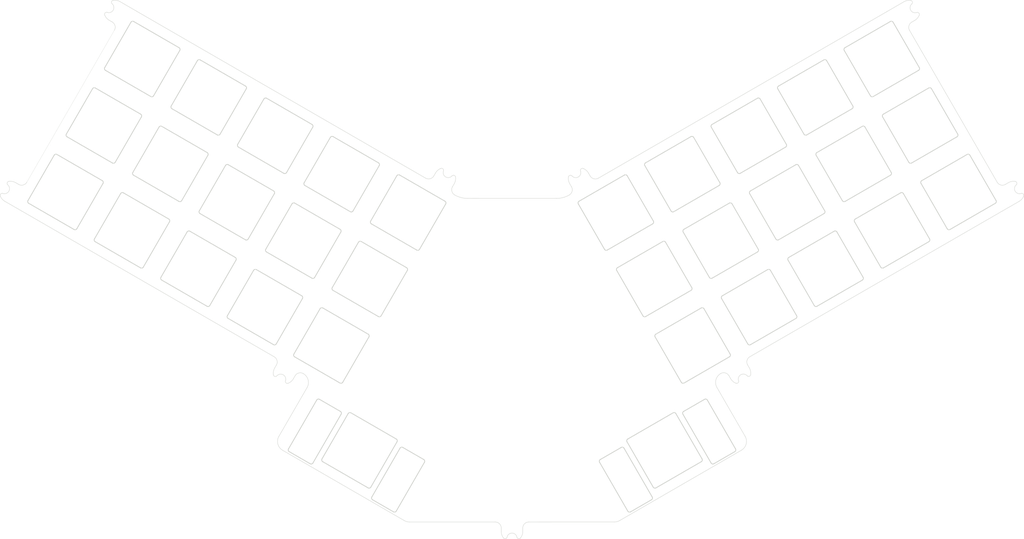
<source format=kicad_pcb>
(kicad_pcb (version 20221018) (generator pcbnew)

  (general
    (thickness 1.6)
  )

  (paper "A4")
  (layers
    (0 "F.Cu" signal)
    (31 "B.Cu" signal)
    (32 "B.Adhes" user "B.Adhesive")
    (33 "F.Adhes" user "F.Adhesive")
    (34 "B.Paste" user)
    (35 "F.Paste" user)
    (36 "B.SilkS" user "B.Silkscreen")
    (37 "F.SilkS" user "F.Silkscreen")
    (38 "B.Mask" user)
    (39 "F.Mask" user)
    (40 "Dwgs.User" user "User.Drawings")
    (41 "Cmts.User" user "User.Comments")
    (42 "Eco1.User" user "User.Eco1")
    (43 "Eco2.User" user "User.Eco2")
    (44 "Edge.Cuts" user)
    (45 "Margin" user)
    (46 "B.CrtYd" user "B.Courtyard")
    (47 "F.CrtYd" user "F.Courtyard")
    (48 "B.Fab" user)
    (49 "F.Fab" user)
    (50 "User.1" user)
    (51 "User.2" user)
    (52 "User.3" user)
    (53 "User.4" user)
    (54 "User.5" user)
    (55 "User.6" user)
    (56 "User.7" user)
    (57 "User.8" user)
    (58 "User.9" user)
  )

  (setup
    (pad_to_mask_clearance 0)
    (pcbplotparams
      (layerselection 0x00010fc_ffffffff)
      (plot_on_all_layers_selection 0x0000000_00000000)
      (disableapertmacros false)
      (usegerberextensions false)
      (usegerberattributes true)
      (usegerberadvancedattributes true)
      (creategerberjobfile true)
      (dashed_line_dash_ratio 12.000000)
      (dashed_line_gap_ratio 3.000000)
      (svgprecision 4)
      (plotframeref false)
      (viasonmask false)
      (mode 1)
      (useauxorigin false)
      (hpglpennumber 1)
      (hpglpenspeed 20)
      (hpglpendiameter 15.000000)
      (dxfpolygonmode true)
      (dxfimperialunits true)
      (dxfusepcbnewfont true)
      (psnegative false)
      (psa4output false)
      (plotreference true)
      (plotvalue true)
      (plotinvisibletext false)
      (sketchpadsonfab false)
      (subtractmaskfromsilk false)
      (outputformat 1)
      (mirror false)
      (drillshape 1)
      (scaleselection 1)
      (outputdirectory "")
    )
  )

  (net 0 "")

  (gr_arc (start 188.03504 109.153712) (mid 187.655627 109.203668) (end 187.352027 108.970699)
    (stroke (width 0.2) (type solid)) (layer "Edge.Cuts") (tstamp 0032991b-2662-4b3d-80f4-afe8f7108e5e))
  (gr_arc (start 70.471744 57.580928) (mid 70.238772 57.277325) (end 70.288731 56.897915)
    (stroke (width 0.2) (type solid)) (layer "Edge.Cuts") (tstamp 00555efd-d91c-4b25-bae5-48f13d9e15fd))
  (gr_line (start 127.074567 141.817962) (end 120.074567 153.942318)
    (stroke (width 0.2) (type solid)) (layer "Edge.Cuts") (tstamp 0091bd56-d3f7-4667-9b2b-c20a68d1f2fb))
  (gr_line (start 60.290947 36.114585) (end 53.790947 47.372915)
    (stroke (width 0.2) (type solid)) (layer "Edge.Cuts") (tstamp 00e7d3ab-37d8-469e-b1c1-3488edbb6d4e))
  (gr_line (start 209.474167 81.187369) (end 215.974167 92.445699)
    (stroke (width 0.2) (type solid)) (layer "Edge.Cuts") (tstamp 01092f47-1f7b-4950-8bda-376406ccc46a))
  (gr_line (start 213.754697 121.887581) (end 213.342197 121.17311)
    (stroke (width 0.1) (type solid)) (layer "Edge.Cuts") (tstamp 015022ae-9cc9-4d0b-aecf-9e099af7d5eb))
  (gr_line (start 67.263731 62.137369) (end 60.763731 73.395699)
    (stroke (width 0.2) (type solid)) (layer "Edge.Cuts") (tstamp 018ef4b8-aad5-4d18-be8f-6d366f29bddf))
  (gr_line (start 93.942312 93.128712) (end 105.200642 99.628712)
    (stroke (width 0.2) (type solid)) (layer "Edge.Cuts") (tstamp 03a2320f-77b6-4664-9c15-e15d58ed08fe))
  (gr_arc (start 55.637331 36.050962) (mid 56.336219 36.961772) (end 56.186369 38.1)
    (stroke (width 0.1) (type solid)) (layer "Edge.Cuts") (tstamp 056952b7-939c-4512-90c6-675e4b9b341e))
  (gr_line (start 96.393294 121.191006) (end 95.980794 121.905477)
    (stroke (width 0.1) (type solid)) (layer "Edge.Cuts") (tstamp 05c0f567-38f0-461d-bef4-16c91f06e0c5))
  (gr_line (start 252.112426 31.038353) (end 247.911916 33.471848)
    (stroke (width 0.1) (type default)) (layer "Edge.Cuts") (tstamp 0635c8ad-5b4d-4f8d-a2ed-5110e11cb501))
  (gr_line (start 235.496951 88.160153) (end 241.996951 99.418483)
    (stroke (width 0.2) (type solid)) (layer "Edge.Cuts") (tstamp 07f0f2d7-e47d-4cd2-9090-83bc0294c301))
  (gr_line (start 61.79837 33.438721) (end 133.415127 74.803043)
    (stroke (width 0.1) (type default)) (layer "Edge.Cuts") (tstamp 07f90d6f-5e85-404a-96f8-9a500ec6d94a))
  (gr_line (start 126.329223 140.232937) (end 119.829223 151.491267)
    (stroke (width 0.2) (type solid)) (layer "Edge.Cuts") (tstamp 07fabb92-db6b-4295-b569-9a706ea8aecb))
  (gr_line (start 138.406439 81.214585) (end 131.906439 92.472915)
    (stroke (width 0.2) (type solid)) (layer "Edge.Cuts") (tstamp 090182d6-cc5e-4873-b0c2-439acc550117))
  (gr_line (start 116.757083 90.712369) (end 110.257083 101.970699)
    (stroke (width 0.2) (type solid)) (layer "Edge.Cuts") (tstamp 0936c98a-774f-422e-abaf-382714635439))
  (gr_arc (start 126.282083 74.214585) (mid 126.585692 73.981609) (end 126.965096 74.031572)
    (stroke (width 0.2) (type solid)) (layer "Edge.Cuts") (tstamp 098a6549-d575-48af-b223-3d5db8c2a467))
  (gr_arc (start 195.007824 83.130928) (mid 194.628418 83.180872) (end 194.324811 82.947915)
    (stroke (width 0.2) (type solid)) (layer "Edge.Cuts") (tstamp 09aeb60e-5f67-4852-9fef-b9acc7cece82))
  (gr_arc (start 197.349811 88.187369) (mid 197.299889 87.807978) (end 197.532824 87.504356)
    (stroke (width 0.2) (type solid)) (layer "Edge.Cuts") (tstamp 09b25aa2-da68-401e-80e5-4cc987aecdf9))
  (gr_arc (start 126.14621 139.549924) (mid 126.379166 139.853523) (end 126.329223 140.232937)
    (stroke (width 0.2) (type solid)) (layer "Edge.Cuts") (tstamp 09d01c52-ebd3-4812-b08a-4d8c18d4bc59))
  (gr_arc (start 60.946744 74.078712) (mid 60.713783 73.775111) (end 60.763731 73.395699)
    (stroke (width 0.2) (type solid)) (layer "Edge.Cuts") (tstamp 09e2ec7f-ee98-46a7-b2b2-51e51af587f6))
  (gr_arc (start 99.304711 125.721076) (mid 98.773239 125.621487) (end 98.64314 125.096649)
    (stroke (width 0.1) (type solid)) (layer "Edge.Cuts") (tstamp 0bc37435-ff4f-460d-a1f3-86049a1bf839))
  (gr_arc (start 277.312886 76.356771) (mid 276.174657 76.506621) (end 275.263848 75.807732)
    (stroke (width 0.1) (type solid)) (layer "Edge.Cuts") (tstamp 0bdae817-eae6-4f89-9a25-219bb652acb6))
  (gr_line (start 112.459522 133.379962) (end 105.459522 145.504318)
    (stroke (width 0.2) (type solid)) (layer "Edge.Cuts") (tstamp 0c02f234-1676-4885-a3f4-6318ab71f563))
  (gr_arc (start 190.377027 114.210153) (mid 190.327048 113.830723) (end 190.56004 113.52714)
    (stroke (width 0.2) (type solid)) (layer "Edge.Cuts") (tstamp 0cb19824-fbb2-42be-8412-9f3ce8ab9cd4))
  (gr_line (start 140.097401 76.929005) (end 140.509901 76.214534)
    (stroke (width 0.1) (type solid)) (layer "Edge.Cuts") (tstamp 0cf14e31-f335-400d-8e55-b992a4b567f4))
  (gr_line (start 77.444528 83.603712) (end 88.702858 90.103712)
    (stroke (width 0.2) (type solid)) (layer "Edge.Cuts") (tstamp 0cfa29d4-5734-4637-8007-0f08d1d998af))
  (gr_arc (start 215.974167 92.445699) (mid 216.024122 92.825115) (end 215.791154 93.128712)
    (stroke (width 0.2) (type solid)) (layer "Edge.Cuts") (tstamp 0d2c75aa-ce5e-4a8c-bc21-da66095e1d3b))
  (gr_line (start 230.345379 69.137369) (end 236.845379 80.395699)
    (stroke (width 0.2) (type solid)) (layer "Edge.Cuts") (tstamp 0d5af6dd-b745-48c6-a026-d16ed6905b96))
  (gr_arc (start 135.464165 74.254005) (mid 134.553357 74.952898) (end 133.415127 74.803043)
    (stroke (width 0.1) (type solid)) (layer "Edge.Cuts") (tstamp 0ddacdab-730d-41be-8167-dce94949ab55))
  (gr_arc (start 54.92286 35.638462) (mid 54.243363 35.078929) (end 53.782261 34.329143)
    (stroke (width 0.1) (type solid)) (layer "Edge.Cuts") (tstamp 0e3a9dd7-e40e-4168-8cd7-dc199d5036c6))
  (gr_arc (start 281.218529 78.606618) (mid 279.732916 78.04839) (end 279.992283 76.482698)
    (stroke (width 0.1) (type solid)) (layer "Edge.Cuts") (tstamp 0f81094b-1402-4194-95a2-6d4a39a2a5f1))
  (gr_line (start 117.440096 90.529356) (end 128.698426 97.029356)
    (stroke (width 0.2) (type solid)) (layer "Edge.Cuts") (tstamp 0fcc044e-561b-4f8d-adc9-c57366d0814b))
  (gr_line (start 119.965096 86.155928) (end 131.223426 92.655928)
    (stroke (width 0.2) (type solid)) (layer "Edge.Cuts") (tstamp 10718ab8-e16c-4a0a-a4bb-3db5fcccbf48))
  (gr_line (start 256.368163 76.110153) (end 262.868163 87.368483)
    (stroke (width 0.2) (type solid)) (layer "Edge.Cuts") (tstamp 1153bcb5-4048-46f0-aa33-11a2bf3d71bb))
  (gr_arc (start 119.829223 151.491267) (mid 119.525624 151.724235) (end 119.14621 151.67428)
    (stroke (width 0.2) (type solid)) (layer "Edge.Cuts") (tstamp 11bd31d4-0eec-47b9-8a9b-0448d9e044a5))
  (gr_line (start 60.946744 74.078712) (end 72.205074 80.578712)
    (stroke (width 0.2) (type solid)) (layer "Edge.Cuts") (tstamp 120fb199-a23f-4d98-81a4-e9a262a4018c))
  (gr_line (start 61.79837 33.438721) (end 57.59786 31.005226)
    (stroke (width 0.1) (type default)) (layer "Edge.Cuts") (tstamp 1284149a-b665-4479-b39c-7362488118e7))
  (gr_arc (start 211.505608 73.605928) (mid 211.12621 73.655861) (end 210.822595 73.422915)
    (stroke (width 0.2) (type solid)) (layer "Edge.Cuts") (tstamp 1312ac49-f230-4dc7-ad97-ab9d19929747))
  (gr_line (start 190.56004 113.52714) (end 201.81837 107.02714)
    (stroke (width 0.2) (type solid)) (layer "Edge.Cuts") (tstamp 133e29d7-1f48-4477-a0d0-ed274fee2d27))
  (gr_arc (start 194.845586 133.049924) (mid 195.225017 132.99994) (end 195.528599 133.232937)
    (stroke (width 0.2) (type solid)) (layer "Edge.Cuts") (tstamp 137ef6fc-bb4d-4882-ab4f-6c4f32611bea))
  (gr_arc (start 67.919528 100.101496) (mid 67.686585 99.797896) (end 67.736515 99.418483)
    (stroke (width 0.2) (type solid)) (layer "Edge.Cuts") (tstamp 14298055-14bb-45f1-9cd9-3000bd7b7df5))
  (gr_arc (start 102.675642 104.00214) (mid 102.908573 104.305739) (end 102.858655 104.685153)
    (stroke (width 0.2) (type solid)) (layer "Edge.Cuts") (tstamp 14868cd5-f85a-4d55-83b0-7732c952c9d3))
  (gr_arc (start 86.969528 67.105928) (mid 86.736564 66.802324) (end 86.786515 66.422915)
    (stroke (width 0.2) (type solid)) (layer "Edge.Cuts") (tstamp 163eed6e-ac58-4ef3-a1cc-031ebda38694))
  (gr_line (start 218.999167 97.685153) (end 225.499167 108.943483)
    (stroke (width 0.2) (type solid)) (layer "Edge.Cuts") (tstamp 166b926c-4dd6-41a7-8a02-8111ca9a8092))
  (gr_arc (start 139.971474 74.249608) (mid 140.491055 74.09983) (end 140.843029 74.510331)
    (stroke (width 0.1) (type solid)) (layer "Edge.Cuts") (tstamp 16dc3380-3e31-4d58-93a7-7dc77be76624))
  (gr_line (start 247.053392 97.076496) (end 258.311722 90.576496)
    (stroke (width 0.2) (type solid)) (layer "Edge.Cuts") (tstamp 1821b031-0c05-47ee-8a78-c5f58dbd4b5c))
  (gr_line (start 213.891235 119.124072) (end 276.494633 82.998508)
    (stroke (width 0.1) (type default)) (layer "Edge.Cuts") (tstamp 18f2a521-e359-4944-bd3e-549763553fa9))
  (gr_line (start 114.204867 133.232937) (end 107.704867 144.491267)
    (stroke (width 0.2) (type solid)) (layer "Edge.Cuts") (tstamp 19527c98-0935-4f7c-b253-fe7e9853fd95))
  (gr_line (start 204.532824 99.628712) (end 215.791154 93.128712)
    (stroke (width 0.2) (type solid)) (layer "Edge.Cuts") (tstamp 1994b9af-52bb-4085-ac48-e4fc14659d4f))
  (gr_line (start 34.92396 81.051496) (end 46.18229 87.551496)
    (stroke (width 0.2) (type solid)) (layer "Edge.Cuts") (tstamp 19981a16-4f39-49e4-8491-1c560ae73c69))
  (gr_line (start 183.404244 140.232937) (end 189.904244 151.491267)
    (stroke (width 0.2) (type solid)) (layer "Edge.Cuts") (tstamp 1a654ee4-cb62-4123-83b5-536400431494))
  (gr_arc (start 220.820379 52.639585) (mid 220.77045 52.260185) (end 221.003392 51.956572)
    (stroke (width 0.2) (type solid)) (layer "Edge.Cuts") (tstamp 1b0daf27-4f46-416a-8995-73639835a758))
  (gr_line (start 183.451383 74.214585) (end 189.951383 85.472915)
    (stroke (width 0.2) (type solid)) (layer "Edge.Cuts") (tstamp 1b4410a0-69ee-4b86-a86f-c0daab0d6b21))
  (gr_line (start 197.532824 87.504356) (end 208.791154 81.004356)
    (stroke (width 0.2) (type solid)) (layer "Edge.Cuts") (tstamp 1baf963a-933a-448a-b186-565855a4e118))
  (gr_line (start 237.528392 80.578712) (end 248.786722 74.078712)
    (stroke (width 0.2) (type solid)) (layer "Edge.Cuts") (tstamp 1bbefc36-dae8-49dc-be59-d380858d6ae6))
  (gr_line (start 107.88788 145.17428) (end 119.14621 151.67428)
    (stroke (width 0.2) (type solid)) (layer "Edge.Cuts") (tstamp 1d73e19b-4676-4d28-a18e-4b06f7d86dbc))
  (gr_line (start 232.944735 45.639585) (end 239.444735 56.897915)
    (stroke (width 0.2) (type solid)) (layer "Edge.Cuts") (tstamp 1dcc99c6-eff9-4b87-ac0d-453f893081e3))
  (gr_line (start 100.942312 81.004356) (end 112.200642 87.504356)
    (stroke (width 0.2) (type solid)) (layer "Edge.Cuts") (tstamp 1e45033f-e7b6-48d3-8d6b-f13c150e9a77))
  (gr_arc (start 110.440096 102.653712) (mid 110.207158 102.350108) (end 110.257083 101.970699)
    (stroke (width 0.2) (type solid)) (layer "Edge.Cuts") (tstamp 1e98a559-7a01-4dc2-9aab-00f9b72dab0b))
  (gr_line (start 128.156872 159.802139) (end 97.942454 142.345259)
    (stroke (width 0.1) (type default)) (layer "Edge.Cuts") (tstamp 1eee27b0-4a08-44b1-8f6f-1f6ae5a253b1))
  (gr_arc (start 89.385871 89.920699) (mid 89.082265 90.153684) (end 88.702858 90.103712)
    (stroke (width 0.2) (type solid)) (layer "Edge.Cuts") (tstamp 1eeff349-958a-4a95-bcc8-adf46323f269))
  (gr_arc (start 126.136745 157.442318) (mid 125.833141 157.675277) (end 125.453732 157.625331)
    (stroke (width 0.2) (type solid)) (layer "Edge.Cuts") (tstamp 20e9aa75-58c3-4c95-ac92-e70dd6923eba))
  (gr_arc (start 50.765947 52.612369) (mid 51.069549 52.379443) (end 51.44896 52.429356)
    (stroke (width 0.2) (type solid)) (layer "Edge.Cuts") (tstamp 21b4ec7a-1e3f-4810-8b13-7d273a871480))
  (gr_line (start 126.965096 74.031572) (end 138.223426 80.531572)
    (stroke (width 0.2) (type solid)) (layer "Edge.Cuts") (tstamp 21d7e71d-1c0a-47ae-9f82-069b2e25eb0e))
  (gr_arc (start 222.946951 66.422915) (mid 222.996897 66.802323) (end 222.763938 67.105928)
    (stroke (width 0.2) (type solid)) (layer "Edge.Cuts") (tstamp 22073d1c-3417-4816-84e1-d750f6635308))
  (gr_line (start 74.236515 88.160153) (end 67.736515 99.418483)
    (stroke (width 0.2) (type solid)) (layer "Edge.Cuts") (tstamp 22de2163-deba-4a0b-8091-226a7b3848d3))
  (gr_arc (start 211.09235 125.078753) (mid 210.962271 125.603612) (end 210.43078 125.70318)
    (stroke (width 0.1) (type solid)) (layer "Edge.Cuts") (tstamp 23c73c88-4cfe-4a66-af73-9ada52a52778))
  (gr_line (start 128.881439 97.712369) (end 122.381439 108.970699)
    (stroke (width 0.2) (type solid)) (layer "Edge.Cuts") (tstamp 2451bca8-0c91-4573-b8fc-ad4013a48722))
  (gr_arc (start 256.368163 76.110153) (mid 256.31818 75.730725) (end 256.551176 75.42714)
    (stroke (width 0.2) (type solid)) (layer "Edge.Cuts") (tstamp 24af1fc4-eb31-4583-98dd-f58cd7c4852b))
  (gr_arc (start 53.782261 34.329143) (mid 53.881843 33.797664) (end 54.406688 33.667572)
    (stroke (width 0.1) (type solid)) (layer "Edge.Cuts") (tstamp 24ee7eb1-ebb0-4322-82d7-d84c85530912))
  (gr_line (start 84.444528 71.479356) (end 95.702858 77.979356)
    (stroke (width 0.2) (type solid)) (layer "Edge.Cuts") (tstamp 2505ef67-5f93-45ca-b795-ba7cdc48e8e7))
  (gr_line (start 220.820379 52.639585) (end 227.320379 63.897915)
    (stroke (width 0.2) (type solid)) (layer "Edge.Cuts") (tstamp 25cf5453-27cd-4800-892a-a794ea5b1971))
  (gr_arc (start 112.27651 132.69695) (mid 112.509515 133.000557) (end 112.459522 133.379962)
    (stroke (width 0.2) (type solid)) (layer "Edge.Cuts") (tstamp 265cb834-cf24-491c-98ec-652c3fe062d6))
  (gr_line (start 32.41564 76.352639) (end 31.701169 75.940139)
    (stroke (width 0.1) (type solid)) (layer "Edge.Cuts") (tstamp 284de005-fd77-4756-9c65-bcfa0ddcb113))
  (gr_arc (start 95.702858 77.979356) (mid 95.935836 78.282965) (end 95.885871 78.662369)
    (stroke (width 0.2) (type solid)) (layer "Edge.Cuts") (tstamp 28613199-6ceb-4dfb-8226-6d1ba0341057))
  (gr_arc (start 105.883655 99.445699) (mid 105.580051 99.678673) (end 105.200642 99.628712)
    (stroke (width 0.2) (type solid)) (layer "Edge.Cuts") (tstamp 287b6ea5-be04-450a-971d-bf06da3ed9e5))
  (gr_arc (start 100.915096 119.151496) (mid 100.682168 118.847894) (end 100.732083 118.468483)
    (stroke (width 0.2) (type solid)) (layer "Edge.Cuts") (tstamp 293c7569-2680-4660-8420-0d14a4b13767))
  (gr_line (start 247.026176 58.929356) (end 258.284506 52.429356)
    (stroke (width 0.2) (type solid)) (layer "Edge.Cuts") (tstamp 29ba4b0a-6fb8-435f-98e3-63f9c2071f3e))
  (gr_arc (start 86.177858 94.47714) (mid 86.410781 94.780739) (end 86.360871 95.160153)
    (stroke (width 0.2) (type solid)) (layer "Edge.Cuts") (tstamp 2a2f169c-8c66-4004-8865-6faaf02be899))
  (gr_arc (start 55.893657 30.672098) (mid 56.773541 30.696531) (end 57.59786 31.005226)
    (stroke (width 0.1) (type solid)) (layer "Edge.Cuts") (tstamp 2a398ef5-e243-44bf-ae72-fe9771bad7a9))
  (gr_line (start 178.51004 92.655928) (end 189.76837 86.155928)
    (stroke (width 0.2) (type solid)) (layer "Edge.Cuts") (tstamp 2a817b96-9a14-40e5-b1fc-5bcf2af3425a))
  (gr_arc (start 139.971474 74.249608) (mid 138.405782 74.508973) (end 137.847555 73.023362)
    (stroke (width 0.1) (type solid)) (layer "Edge.Cuts") (tstamp 2aa72c61-7a39-42b0-9b25-0a381fd6632c))
  (gr_arc (start 212.712901 138.867231) (mid 212.966562 140.794132) (end 211.783753 142.33629)
    (stroke (width 0.1) (type default)) (layer "Edge.Cuts") (tstamp 2af15800-ce02-4908-a0e8-64c9de9715a1))
  (gr_arc (start 29.736242 76.478566) (mid 29.995608 78.044258) (end 28.509996 78.602485)
    (stroke (width 0.1) (type solid)) (layer "Edge.Cuts") (tstamp 2b9667b7-f68a-4263-92c1-a41567c86cc0))
  (gr_arc (start 213.342197 121.17311) (mid 213.192342 120.03488) (end 213.891235 119.124072)
    (stroke (width 0.1) (type solid)) (layer "Edge.Cuts") (tstamp 2c37ac43-61fa-4549-98bf-c498a96d73b4))
  (gr_line (start 126.282083 74.214585) (end 119.782083 85.472915)
    (stroke (width 0.2) (type solid)) (layer "Edge.Cuts") (tstamp 2c4e7fd9-40f9-41df-899d-8d6317fd7184))
  (gr_line (start 207.057824 104.00214) (end 218.316154 97.50214)
    (stroke (width 0.2) (type solid)) (layer "Edge.Cuts") (tstamp 2c5ef029-2b41-4c62-a035-866a3e4c2736))
  (gr_arc (start 127.074567 141.817962) (mid 127.378167 141.585052) (end 127.75758 141.63495)
    (stroke (width 0.2) (type solid)) (layer "Edge.Cuts") (tstamp 30af739b-c71e-4b6c-b05a-d238853040b8))
  (gr_arc (start 176.302388 74.811319) (mid 175.164168 74.961139) (end 174.25335 74.262281)
    (stroke (width 0.1) (type solid)) (layer "Edge.Cuts") (tstamp 321b6ad2-f73a-4305-9ad0-c952f2f2386f))
  (gr_line (start 221.030608 90.103712) (end 232.288938 83.603712)
    (stroke (width 0.2) (type solid)) (layer "Edge.Cuts") (tstamp 3265ae56-55f9-47f7-ad97-577b2c91cf45))
  (gr_arc (start 278.027357 75.944271) (mid 278.851675 75.635576) (end 279.731559 75.611143)
    (stroke (width 0.1) (type solid)) (layer "Edge.Cuts") (tstamp 326cdb84-592d-4232-8c79-40efc71ee143))
  (gr_arc (start 239.870379 85.635153) (mid 239.820405 85.255721) (end 240.053392 84.95214)
    (stroke (width 0.2) (type solid)) (layer "Edge.Cuts") (tstamp 33a04a92-bfca-417f-b92e-78b03f9e6022))
  (gr_arc (start 225.499167 108.943483) (mid 225.549132 109.322906) (end 225.316154 109.626496)
    (stroke (width 0.2) (type solid)) (layer "Edge.Cuts") (tstamp 35a65b71-1267-4133-88f3-aaad072f1eab))
  (gr_arc (start 168.874486 74.518607) (mid 169.226469 74.108134) (end 169.746041 74.257883)
    (stroke (width 0.1) (type solid)) (layer "Edge.Cuts") (tstamp 35c4a250-26bd-4293-a641-0c053382bd1f))
  (gr_arc (start 210.336122 142.004318) (mid 210.38607 142.383723) (end 210.153109 142.687331)
    (stroke (width 0.2) (type solid)) (layer "Edge.Cuts") (tstamp 35d5ef81-c2b1-49aa-9361-de2ad8886fcf))
  (gr_line (start 133.136745 145.317962) (end 126.136745 157.442318)
    (stroke (width 0.2) (type solid)) (layer "Edge.Cuts") (tstamp 35eda836-5697-4fc4-b855-aae4e9ce9f1b))
  (gr_line (start 51.421744 90.576496) (end 62.680074 97.076496)
    (stroke (width 0.2) (type solid)) (layer "Edge.Cuts") (tstamp 37d0b670-694f-49a3-a9d1-5d1ec516ac86))
  (gr_line (start 180.852028 97.712369) (end 187.352028 108.970699)
    (stroke (width 0.2) (type solid)) (layer "Edge.Cuts") (tstamp 38578748-0162-47d9-82e2-e56dcba86c94))
  (gr_arc (start 96.358655 115.943483) (mid 96.055052 116.176465) (end 95.675642 116.126496)
    (stroke (width 0.2) (type solid)) (layer "Edge.Cuts") (tstamp 3bfa4477-057c-47d8-a81f-c79f212a8b80))
  (gr_arc (start 230.555608 106.601496) (mid 230.176211 106.651433) (end 229.872595 106.418483)
    (stroke (width 0.2) (type solid)) (layer "Edge.Cuts") (tstamp 3c3f903c-9087-4b08-9b2c-dce06db806d1))
  (gr_arc (start 178.51004 92.655928) (mid 178.130627 92.705882) (end 177.827027 92.472915)
    (stroke (width 0.2) (type solid)) (layer "Edge.Cuts") (tstamp 3d681faa-eec0-40b0-a835-b2b30f9eac79))
  (gr_line (start 246.843163 59.612369) (end 253.343163 70.870699)
    (stroke (width 0.2) (type solid)) (layer "Edge.Cuts") (tstamp 3ebd9347-8d69-4404-a9b0-e70f37d420b5))
  (gr_arc (start 27.88557 79.264056) (mid 27.985152 78.732578) (end 28.509996 78.602485)
    (stroke (width 0.1) (type solid)) (layer "Edge.Cuts") (tstamp 40e2889a-8ca3-4609-9e92-23256b992af2))
  (gr_arc (start 140.646439 78.978043) (mid 139.947581 78.067225) (end 140.097401 76.929005)
    (stroke (width 0.1) (type solid)) (layer "Edge.Cuts") (tstamp 417cc860-2011-4f86-9c14-f2c9bb355e01))
  (gr_line (start 254.072955 36.084089) (end 254.787426 35.671589)
    (stroke (width 0.1) (type solid)) (layer "Edge.Cuts") (tstamp 41d7c804-404c-49a2-9a73-723e8a81c765))
  (gr_arc (start 157.537797 161.638847) (mid 157.977159 160.578209) (end 159.037797 160.138847)
    (stroke (width 0.1) (type solid)) (layer "Edge.Cuts") (tstamp 41f945d7-fdd3-4943-b8b4-b3882a9cce5d))
  (gr_line (start 176.596721 145.317962) (end 183.596721 157.442318)
    (stroke (width 0.2) (type solid)) (layer "Edge.Cuts") (tstamp 43215d2c-ca7b-4e56-a979-ef24681d58e8))
  (gr_line (start 51.44896 52.429356) (end 62.70729 58.929356)
    (stroke (width 0.2) (type solid)) (layer "Edge.Cuts") (tstamp 432e0726-a29c-4c9e-94f8-f4bd0ad08952))
  (gr_line (start 228.003392 64.080928) (end 239.261722 57.580928)
    (stroke (width 0.2) (type solid)) (layer "Edge.Cuts") (tstamp 43560120-d533-4d33-b418-5af7c52c0e56))
  (gr_line (start 169.207614 76.22281) (end 169.620114 76.937281)
    (stroke (width 0.1) (type solid)) (layer "Edge.Cuts") (tstamp 435dcb53-bac4-4628-a31d-cddea0a66a3c))
  (gr_line (start 202.501383 107.210153) (end 209.001383 118.468483)
    (stroke (width 0.2) (type solid)) (layer "Edge.Cuts") (tstamp 43b8903b-6d70-41e0-89a5-cc2248f2d006))
  (gr_line (start 53.365303 76.110153) (end 46.865303 87.368483)
    (stroke (width 0.2) (type solid)) (layer "Edge.Cuts") (tstamp 44c87003-1f37-44d7-93c7-98b662ce6c1e))
  (gr_arc (start 189.951383 85.472915) (mid 190.001326 85.852324) (end 189.76837 86.155928)
    (stroke (width 0.2) (type solid)) (layer "Edge.Cuts") (tstamp 44e1faf8-ff1a-4c0b-8cd4-7c91aa365ec9))
  (gr_arc (start 181.567937 159.794163) (mid 180.955225 160.048171) (end 180.297638 160.134861)
    (stroke (width 0.1) (type default)) (layer "Edge.Cuts") (tstamp 45189963-5114-4a7b-bc46-84e50efcdebd))
  (gr_line (start 110.440096 102.653712) (end 121.698426 109.153712)
    (stroke (width 0.2) (type solid)) (layer "Edge.Cuts") (tstamp 45a1e9ba-f9a5-41e8-8167-28735f0e09a3))
  (gr_arc (start 56.390303 70.870699) (mid 56.086705 71.103639) (end 55.70729 71.053712)
    (stroke (width 0.2) (type solid)) (layer "Edge.Cuts") (tstamp 45a43346-a48a-40e4-ba55-33ea68cf0539))
  (gr_line (start 254.026176 71.053712) (end 265.284506 64.553712)
    (stroke (width 0.2) (type solid)) (layer "Edge.Cuts") (tstamp 462aa0d4-6e60-4c9b-b06b-be8d5789c654))
  (gr_line (start 204.322595 62.164585) (end 210.822595 73.422915)
    (stroke (width 0.2) (type solid)) (layer "Edge.Cuts") (tstamp 467223b4-f56a-4aa0-ae72-8dc60dc070c3))
  (gr_line (start 184.279734 157.625331) (end 189.475886 154.625331)
    (stroke (width 0.2) (type solid)) (layer "Edge.Cuts") (tstamp 47796dff-ac53-4ac6-b3ed-d3eefd56804b))
  (gr_arc (start 204.532824 99.628712) (mid 204.153419 99.678657) (end 203.849811 99.445699)
    (stroke (width 0.2) (type solid)) (layer "Edge.Cuts") (tstamp 47f0e142-2cf9-4a02-a18e-eb4341661ea6))
  (gr_arc (start 93.286515 55.164585) (mid 93.59012 54.93163) (end 93.969528 54.981572)
    (stroke (width 0.2) (type solid)) (layer "Edge.Cuts") (tstamp 48f823c4-0a81-4083-88e4-d5981eede37f))
  (gr_line (start 143.820209 79.829276) (end 165.894907 79.836528)
    (stroke (width 0.1) (type default)) (layer "Edge.Cuts") (tstamp 49e0a152-dae8-4513-8a62-ea555dc60d7c))
  (gr_line (start 100.259299 81.187369) (end 93.759299 92.445699)
    (stroke (width 0.2) (type solid)) (layer "Edge.Cuts") (tstamp 4ac088ad-4241-446d-91bb-769f964d1be6))
  (gr_arc (start 63.363087 96.893483) (mid 63.05948 97.126486) (end 62.680074 97.076496)
    (stroke (width 0.2) (type solid)) (layer "Edge.Cuts") (tstamp 4b04474d-cc76-4679-9cfd-405bdb483774))
  (gr_line (start 249.442519 36.114585) (end 255.942519 47.372915)
    (stroke (width 0.2) (type solid)) (layer "Edge.Cuts") (tstamp 4d015cd3-3913-4348-9469-20a7b20e8b35))
  (gr_arc (start 265.467519 63.870699) (mid 265.51748 64.250113) (end 265.284506 64.553712)
    (stroke (width 0.2) (type solid)) (layer "Edge.Cuts") (tstamp 4d896adb-b06d-4eb2-a21a-5e9a2469efb3))
  (gr_line (start 95.844256 119.141968) (end 33.233892 82.994376)
    (stroke (width 0.1) (type default)) (layer "Edge.Cuts") (tstamp 4e9b6b34-e7e5-4831-a10b-506629310787))
  (gr_line (start 237.318163 43.114585) (end 243.818163 54.372915)
    (stroke (width 0.2) (type solid)) (layer "Edge.Cuts") (tstamp 4e9c94fa-9b1c-407a-a263-249e5e4a610b))
  (gr_line (start 204.956956 145.687331) (end 210.153109 142.687331)
    (stroke (width 0.2) (type solid)) (layer "Edge.Cuts") (tstamp 4ea517f8-289b-4eef-b475-096e404db392))
  (gr_line (start 107.232083 107.210153) (end 100.732083 118.468483)
    (stroke (width 0.2) (type solid)) (layer "Edge.Cuts") (tstamp 4edff174-e2ee-4c8c-beec-db49305b8fcf))
  (gr_arc (start 232.471951 82.920699) (mid 232.521908 83.300114) (end 232.288938 83.603712)
    (stroke (width 0.2) (type solid)) (layer "Edge.Cuts") (tstamp 503a92a8-6c98-42ab-bfa1-e3a07d90fe05))
  (gr_arc (start 34.92396 81.051496) (mid 34.690996 80.747892) (end 34.740947 80.368483)
    (stroke (width 0.2) (type solid)) (layer "Edge.Cuts") (tstamp 51f29ab3-fbdc-4257-83eb-6d7c0ddb0349))
  (gr_line (start 44.44896 64.553712) (end 55.70729 71.053712)
    (stroke (width 0.2) (type solid)) (layer "Edge.Cuts") (tstamp 5276c7fd-63f5-4305-800e-c0702b88bb0e))
  (gr_line (start 180.297638 160.134861) (end 159.037797 160.138847)
    (stroke (width 0.1) (type default)) (layer "Edge.Cuts") (tstamp 5291f845-1d7f-48a6-8e53-b141d0bbd513))
  (gr_arc (start 228.003392 64.080928) (mid 227.624001 64.13085) (end 227.320379 63.897915)
    (stroke (width 0.2) (type solid)) (layer "Edge.Cuts") (tstamp 53c36750-e160-4362-a790-9d5b299b507d))
  (gr_line (start 171.327028 81.214585) (end 177.827028 92.472915)
    (stroke (width 0.2) (type solid)) (layer "Edge.Cuts") (tstamp 554c8f62-687a-4b97-9c40-4c697c460098))
  (gr_line (start 239.870379 85.635153) (end 246.370379 96.893483)
    (stroke (width 0.2) (type solid)) (layer "Edge.Cuts") (tstamp 55f07daa-8a7d-4690-ab03-7fc488a724e5))
  (gr_arc (start 189.658899 153.942318) (mid 189.708849 154.321722) (end 189.475886 154.625331)
    (stroke (width 0.2) (type solid)) (layer "Edge.Cuts") (tstamp 574adcca-bfb4-4435-b2f8-b63656fb578c))
  (gr_arc (start 135.876665 73.539534) (mid 136.436202 72.860041) (end 137.185984 72.398935)
    (stroke (width 0.1) (type solid)) (layer "Edge.Cuts") (tstamp 577d3717-e019-4f2c-9e4f-99ff065697d2))
  (gr_arc (start 115.408655 82.947915) (mid 115.10505 83.180882) (end 114.725642 83.130928)
    (stroke (width 0.2) (type solid)) (layer "Edge.Cuts") (tstamp 583924b7-0590-4c80-bfd3-0f5bdf395cf7))
  (gr_line (start 100.915096 119.151496) (end 112.173426 125.651496)
    (stroke (width 0.2) (type solid)) (layer "Edge.Cuts") (tstamp 58c8f192-dfca-471d-b620-69f01eb109ca))
  (gr_arc (start 99.580357 142.687331) (mid 99.347377 142.383728) (end 99.397344 142.004318)
    (stroke (width 0.2) (type solid)) (layer "Edge.Cuts") (tstamp 592f67e8-5efc-46a8-b81b-f5f22020f8c7))
  (gr_line (start 62.890303 59.612369) (end 56.390303 70.870699)
    (stroke (width 0.2) (type solid)) (layer "Edge.Cuts") (tstamp 5a698ebc-12a8-45c9-bb5c-a04df8f6c1f7))
  (gr_line (start 54.92286 35.638462) (end 55.637331 36.050962)
    (stroke (width 0.1) (type solid)) (layer "Edge.Cuts") (tstamp 5ac9b22f-f6ed-49d8-8d4f-06638c1275f7))
  (gr_arc (start 67.263731 62.137369) (mid 67.567335 61.904432) (end 67.946744 61.954356)
    (stroke (width 0.2) (type solid)) (layer "Edge.Cuts") (tstamp 5b99e778-1562-466f-a48e-81346cd09a17))
  (gr_arc (start 76.788731 45.639585) (mid 77.092334 45.406641) (end 77.471744 45.456572)
    (stroke (width 0.2) (type solid)) (layer "Edge.Cuts") (tstamp 5d183771-670c-4794-8d32-11e8d21cc87b))
  (gr_line (start 230.528392 68.454356) (end 241.786722 61.954356)
    (stroke (width 0.2) (type solid)) (layer "Edge.Cuts") (tstamp 5e6f10da-167a-4d2b-82ed-ccd9be6fa0ed))
  (gr_arc (start 183.404243 140.232937) (mid 183.354272 139.853516) (end 183.587256 139.549924)
    (stroke (width 0.2) (type solid)) (layer "Edge.Cuts") (tstamp 5feee22a-8d16-4225-9583-ac8f608eab41))
  (gr_arc (start 153.636552 163.89631) (mid 153.261464 164.285783) (end 152.751401 164.106294)
    (stroke (width 0.1) (type solid)) (layer "Edge.Cuts") (tstamp 6047ab8c-d576-4e15-8c18-b654489ee81c))
  (gr_arc (start 172.531531 72.407211) (mid 173.281325 72.868304) (end 173.84085 73.54781)
    (stroke (width 0.1) (type solid)) (layer "Edge.Cuts") (tstamp 608284a4-dd02-4986-9ef3-3b229ff17e6e))
  (gr_arc (start 230.345379 69.137369) (mid 230.295461 68.757977) (end 230.528392 68.454356)
    (stroke (width 0.2) (type solid)) (layer "Edge.Cuts") (tstamp 609d4765-e014-483b-800f-8842cf05e2a1))
  (gr_line (start 70.471744 57.580928) (end 81.730074 64.080928)
    (stroke (width 0.2) (type solid)) (layer "Edge.Cuts") (tstamp 60ff92df-6fc0-4eac-abf9-77f0ac4d9216))
  (gr_arc (start 88.730074 51.956572) (mid 88.963034 52.26018) (end 88.913087 52.639585)
    (stroke (width 0.2) (type solid)) (layer "Edge.Cuts") (tstamp 61fe615d-fbb6-42e7-b8f4-47d0c123e1f3))
  (gr_line (start 223.555608 94.47714) (end 234.813938 87.97714)
    (stroke (width 0.2) (type solid)) (layer "Edge.Cuts") (tstamp 63921bc2-53ec-485a-86a2-89090627d77d))
  (gr_arc (start 53.18229 75.42714) (mid 53.415253 75.730743) (end 53.365303 76.110153)
    (stroke (width 0.2) (type solid)) (layer "Edge.Cuts") (tstamp 64c69491-acd7-4381-acf0-3ed42489347a))
  (gr_arc (start 241.996951 99.418483) (mid 242.046918 99.797906) (end 241.813938 100.101496)
    (stroke (width 0.2) (type solid)) (layer "Edge.Cuts") (tstamp 64fd6311-f8b0-46d2-9d8e-8003e66756cd))
  (gr_arc (start 197.56004 125.651496) (mid 197.180628 125.701454) (end 196.877027 125.468483)
    (stroke (width 0.2) (type solid)) (layer "Edge.Cuts") (tstamp 67c7c17c-7bac-4ebe-aa55-0c6d51847b39))
  (gr_arc (start 169.207614 76.22281) (mid 168.898924 75.398491) (end 168.874486 74.518607)
    (stroke (width 0.1) (type solid)) (layer "Edge.Cuts") (tstamp 67f64632-9fff-47a4-b3cc-d5bde1f58784))
  (gr_arc (start 112.856439 125.468483) (mid 112.552838 125.701454) (end 112.173426 125.651496)
    (stroke (width 0.2) (type solid)) (layer "Edge.Cuts") (tstamp 68b9873a-9349-4087-b51b-c5e6ac9f88d2))
  (gr_arc (start 95.844256 119.141968) (mid 96.543114 120.052786) (end 96.393294 121.191006)
    (stroke (width 0.1) (type solid)) (layer "Edge.Cuts") (tstamp 6a054226-6f74-4b91-bf23-16b0a9de55da))
  (gr_line (start 171.51004 80.531572) (end 182.76837 74.031572)
    (stroke (width 0.2) (type solid)) (layer "Edge.Cuts") (tstamp 6a0d0ad0-75ab-4963-8aee-b1f97ffda163))
  (gr_arc (start 205.729641 126.768786) (mid 205.47608 124.841233) (end 206.659923 123.299072)
    (stroke (width 0.1) (type default)) (layer "Edge.Cuts") (tstamp 6bd72d40-3373-463b-8d34-9ab3bf2d27e4))
  (gr_line (start 106.397345 129.879962) (end 99.397345 142.004318)
    (stroke (width 0.2) (type solid)) (layer "Edge.Cuts") (tstamp 6cb5d2da-4c67-48e6-875a-25b4f1a03028))
  (gr_arc (start 98.910871 73.422915) (mid 98.607265 73.655892) (end 98.227858 73.605928)
    (stroke (width 0.2) (type solid)) (layer "Edge.Cuts") (tstamp 6da5f9fd-d887-4222-81fb-e266b7db0031))
  (gr_arc (start 258.494735 89.893483) (mid 258.544704 90.272905) (end 258.311722 90.576496)
    (stroke (width 0.2) (type solid)) (layer "Edge.Cuts") (tstamp 6dcc22c8-8862-4ca2-a1b8-ee4a98e0a2da))
  (gr_line (start 183.587256 139.549924) (end 194.845586 133.049924)
    (stroke (width 0.2) (type solid)) (layer "Edge.Cuts") (tstamp 71272bd3-4351-4549-a0a0-3540259334ef))
  (gr_arc (start 153.636552 163.89631) (mid 154.862798 162.888846) (end 156.089043 163.89631)
    (stroke (width 0.1) (type solid)) (layer "Edge.Cuts") (tstamp 722b37c3-7a08-4d76-b91b-b30cf2a26cfb))
  (gr_arc (start 234.813938 87.97714) (mid 235.193343 87.927188) (end 235.496951 88.160153)
    (stroke (width 0.2) (type solid)) (layer "Edge.Cuts") (tstamp 728c530a-1634-46b7-a4c2-a611893b26a3))
  (gr_arc (start 255.303598 33.700699) (mid 253.817987 33.142471) (end 254.077353 31.576779)
    (stroke (width 0.1) (type solid)) (layer "Edge.Cuts") (tstamp 7340e559-d432-40ef-b294-437561396855))
  (gr_line (start 57.738731 78.635153) (end 51.238731 89.893483)
    (stroke (width 0.2) (type solid)) (layer "Edge.Cuts") (tstamp 73531454-35c3-4a08-af93-f500471cf33f))
  (gr_arc (start 255.942519 47.372915) (mid 255.992469 47.752321) (end 255.759506 48.055928)
    (stroke (width 0.2) (type solid)) (layer "Edge.Cuts") (tstamp 73534a09-8e7c-4f3f-bad5-8aead9a16a86))
  (gr_line (start 127.75758 141.63495) (end 132.953732 144.63495)
    (stroke (width 0.2) (type solid)) (layer "Edge.Cuts") (tstamp 738c7535-1e01-4afb-8d61-06d5d4936eb5))
  (gr_arc (start 180.852027 97.712369) (mid 180.802103 97.332979) (end 181.03504 97.029356)
    (stroke (width 0.2) (type solid)) (layer "Edge.Cuts") (tstamp 73a04fae-75b3-455b-93d4-3d2c14b9b9f4))
  (gr_arc (start 176.596721 145.317962) (mid 176.546802 144.938575) (end 176.779734 144.63495)
    (stroke (width 0.2) (type solid)) (layer "Edge.Cuts") (tstamp 73f3b11a-734b-4d4b-9626-92a492fa26ab))
  (gr_arc (start 239.444735 56.897915) (mid 239.494683 57.277322) (end 239.261722 57.580928)
    (stroke (width 0.2) (type solid)) (layer "Edge.Cuts") (tstamp 751f52ad-59da-44d4-94c5-c3bfced0bb1b))
  (gr_line (start 190.587256 151.67428) (end 201.845586 145.17428)
    (stroke (width 0.2) (type solid)) (layer "Edge.Cuts") (tstamp 768a8072-9ae9-4773-8bf8-00cf617642c4))
  (gr_line (start 216.446951 55.164585) (end 222.946951 66.422915)
    (stroke (width 0.2) (type solid)) (layer "Edge.Cuts") (tstamp 7753e9f5-af5f-4270-93cf-4cbf3dedb073))
  (gr_arc (start 41.240947 69.110153) (mid 41.544545 68.877187) (end 41.92396 68.92714)
    (stroke (width 0.2) (type solid)) (layer "Edge.Cuts") (tstamp 779d9bda-7553-4e8e-a4fd-5c3badd5c355))
  (gr_line (start 58.421744 78.45214) (end 69.680074 84.95214)
    (stroke (width 0.2) (type solid)) (layer "Edge.Cuts") (tstamp 77ccbcaa-8d7f-4199-8849-bf7037e49365))
  (gr_arc (start 122.381439 108.970699) (mid 122.077837 109.203663) (end 121.698426 109.153712)
    (stroke (width 0.2) (type solid)) (layer "Edge.Cuts") (tstamp 77d1ea20-224a-44fe-a947-fe41be9898b3))
  (gr_arc (start 267.809506 68.92714) (mid 268.188926 68.877167) (end 268.492519 69.110153)
    (stroke (width 0.2) (type solid)) (layer "Edge.Cuts") (tstamp 797e4fe6-2828-4d19-b4ee-39475300e95f))
  (gr_line (start 67.919528 100.101496) (end 79.177858 106.601496)
    (stroke (width 0.2) (type solid)) (layer "Edge.Cuts") (tstamp 7a2b2c2e-baab-41b0-81db-bfe878a66075))
  (gr_arc (start 214.087825 123.591784) (mid 213.735842 124.002257) (end 213.21627 123.852508)
    (stroke (width 0.1) (type solid)) (layer "Edge.Cuts") (tstamp 7aa038b2-bc69-4ac0-a13d-a48e7dec9601))
  (gr_arc (start 103.075568 123.316968) (mid 104.259242 124.860188) (end 104.004294 126.7883)
    (stroke (width 0.1) (type default)) (layer "Edge.Cuts") (tstamp 7b4bbb3b-97bd-4dd7-949f-a9bf74c1bf63))
  (gr_arc (start 187.824811 71.689585) (mid 187.774878 71.310187) (end 188.007824 71.006572)
    (stroke (width 0.2) (type solid)) (layer "Edge.Cuts") (tstamp 7b4e1a42-723b-44c5-9b91-0fc064d8f092))
  (gr_line (start 197.273944 133.379962) (end 204.273944 145.504318)
    (stroke (width 0.2) (type solid)) (layer "Edge.Cuts") (tstamp 7ba7ec14-ec6d-4b85-9351-4bf1a3a18497))
  (gr_line (start 112.383655 88.187369) (end 105.883655 99.445699)
    (stroke (width 0.2) (type solid)) (layer "Edge.Cuts") (tstamp 7beb8a6e-cd8c-4e41-8e6a-108b081d6bae))
  (gr_arc (start 95.647666 123.60968) (mid 95.672087 122.729793) (end 95.980794 121.905477)
    (stroke (width 0.1) (type solid)) (layer "Edge.Cuts") (tstamp 7cb03f94-9e3f-45b8-8338-410fd1e208eb))
  (gr_line (start 195.528599 133.232937) (end 202.028599 144.491267)
    (stroke (width 0.2) (type solid)) (layer "Edge.Cuts") (tstamp 7d3566c4-9fbd-4c20-b205-cc55b9f87a72))
  (gr_arc (start 105.459522 145.504318) (mid 105.155922 145.737261) (end 104.77651 145.687331)
    (stroke (width 0.2) (type solid)) (layer "Edge.Cuts") (tstamp 7e9e3084-4d67-4655-a3b0-7ffc66acaa97))
  (gr_line (start 150.687797 160.138847) (end 129.427957 160.142831)
    (stroke (width 0.1) (type default)) (layer "Edge.Cuts") (tstamp 7eef850a-0425-40e5-83f2-c7510c1d0f5f))
  (gr_arc (start 112.200642 87.504356) (mid 112.433628 87.807964) (end 112.383655 88.187369)
    (stroke (width 0.2) (type solid)) (layer "Edge.Cuts") (tstamp 7ef37606-d7e4-4839-8137-3089f1697222))
  (gr_arc (start 232.261722 45.456572) (mid 232.641138 45.406618) (end 232.944735 45.639585)
    (stroke (width 0.2) (type solid)) (layer "Edge.Cuts") (tstamp 7f120cb5-a3d7-44e5-8c19-1c97cec63b6f))
  (gr_line (start 203.336122 129.879962) (end 210.336122 142.004318)
    (stroke (width 0.2) (type solid)) (layer "Edge.Cuts") (tstamp 7fd48e58-48cc-4dfb-820a-185583412076))
  (gr_arc (start 221.030608 90.103712) (mid 220.651211 90.153647) (end 220.347595 89.920699)
    (stroke (width 0.2) (type solid)) (layer "Edge.Cuts") (tstamp 7ff3a2fa-c7e3-429c-bce3-8ecaf51e91b1))
  (gr_line (start 197.456956 132.69695) (end 202.653109 129.69695)
    (stroke (width 0.2) (type solid)) (layer "Edge.Cuts") (tstamp 80040ccc-c789-46f9-bc10-1b37ebadf1c2))
  (gr_line (start 242.469735 62.137369) (end 248.969735 73.395699)
    (stroke (width 0.2) (type solid)) (layer "Edge.Cuts") (tstamp 80d062d6-f6be-4bc1-b550-f8a8d3685870))
  (gr_arc (start 143.820209 79.829276) (mid 142.17731 79.612504) (end 140.646439 78.978043)
    (stroke (width 0.1) (type default)) (layer "Edge.Cuts") (tstamp 80d131ab-b351-4ff6-a4e8-7d3ce0649b3f))
  (gr_line (start 135.876665 73.539534) (end 135.464165 74.254005)
    (stroke (width 0.1) (type solid)) (layer "Edge.Cuts") (tstamp 814f5210-6673-47b7-af6f-42287c14aa1d))
  (gr_line (start 107.915096 107.02714) (end 119.173426 113.52714)
    (stroke (width 0.2) (type solid)) (layer "Edge.Cuts") (tstamp 81b3fe2b-c178-4733-811e-19737f132302))
  (gr_arc (start 57.738731 78.635153) (mid 58.042331 78.402177) (end 58.421744 78.45214)
    (stroke (width 0.2) (type solid)) (layer "Edge.Cuts") (tstamp 81d0b2f0-55c1-4347-a958-f6c17f5b445d))
  (gr_line (start 237.501176 42.431572) (end 248.759506 35.931572)
    (stroke (width 0.2) (type solid)) (layer "Edge.Cuts") (tstamp 835d3466-d82b-4dc0-9364-b83d58e30982))
  (gr_arc (start 255.928025 34.36227) (mid 255.466923 35.112056) (end 254.787426 35.671589)
    (stroke (width 0.1) (type solid)) (layer "Edge.Cuts") (tstamp 83c1db48-98d1-4fbb-98dd-f97bdac7baad))
  (gr_line (start 120.25758 154.625331) (end 125.453732 157.625331)
    (stroke (width 0.2) (type solid)) (layer "Edge.Cuts") (tstamp 84ceceae-227a-43a4-9d55-73894d331dc7))
  (gr_arc (start 156.974193 164.106294) (mid 156.464124 164.28581) (end 156.089043 163.89631)
    (stroke (width 0.1) (type solid)) (layer "Edge.Cuts") (tstamp 8599a9e8-c9f4-4597-ae43-8715f1d8cc4f))
  (gr_arc (start 65.915303 54.372915) (mid 65.611704 54.605847) (end 65.23229 54.555928)
    (stroke (width 0.2) (type solid)) (layer "Edge.Cuts") (tstamp 85c5d028-1888-46ce-ba25-02b731b7e4d2))
  (gr_arc (start 106.397344 129.879962) (mid 106.700947 129.647037) (end 107.080357 129.69695)
    (stroke (width 0.2) (type solid)) (layer "Edge.Cuts") (tstamp 873bb527-6723-4605-9c00-2d3e7739d3fd))
  (gr_arc (start 83.761515 71.662369) (mid 84.065121 71.429422) (end 84.444528 71.479356)
    (stroke (width 0.2) (type solid)) (layer "Edge.Cuts") (tstamp 87d91109-d4a7-420a-b965-c0b69557ceb5))
  (gr_arc (start 274.992519 80.368483) (mid 275.04249 80.747904) (end 274.809506 81.051496)
    (stroke (width 0.2) (type solid)) (layer "Edge.Cuts") (tstamp 87e666b8-5bde-42f8-8bb6-5e171a563cf7))
  (gr_line (start 114.88788 133.049924) (end 126.14621 139.549924)
    (stroke (width 0.2) (type solid)) (layer "Edge.Cuts") (tstamp 881ff8ab-4e24-42b9-8df7-ae38779d5bbd))
  (gr_line (start 263.551176 87.551496) (end 274.809506 81.051496)
    (stroke (width 0.2) (type solid)) (layer "Edge.Cuts") (tstamp 884e0eb1-815b-482b-9aea-03ca9787f685))
  (gr_arc (start 209.001383 118.468483) (mid 209.051347 118.847907) (end 208.81837 119.151496)
    (stroke (width 0.2) (type solid)) (layer "Edge.Cuts") (tstamp 892cfd58-e0b0-4205-9543-c5f4a9a0b1fa))
  (gr_line (start 74.919528 87.97714) (end 86.177858 94.47714)
    (stroke (width 0.2) (type solid)) (layer "Edge.Cuts") (tstamp 89bfccbf-3a34-40c3-b00d-c32b44f3daa3))
  (gr_line (start 34.464678 75.803601) (end 56.186369 38.1)
    (stroke (width 0.05) (type default)) (layer "Edge.Cuts") (tstamp 89cb8394-3953-47d9-a1c5-c40cb5cc091d))
  (gr_line (start 214.057824 116.126496) (end 225.316154 109.626496)
    (stroke (width 0.2) (type solid)) (layer "Edge.Cuts") (tstamp 8a1b09b8-bde3-42f7-a96e-9b1f1a2dcef7))
  (gr_arc (start 210.43078 125.70318) (mid 209.680986 125.242087) (end 209.121461 124.562581)
    (stroke (width 0.1) (type solid)) (layer "Edge.Cuts") (tstamp 8a4cbe8d-a96c-47ee-b09a-f062706d5d05))
  (gr_arc (start 82.413087 63.897915) (mid 82.109479 64.130903) (end 81.730074 64.080928)
    (stroke (width 0.2) (type solid)) (layer "Edge.Cuts") (tstamp 8ac9db60-f738-48aa-a330-2f9df6afaa44))
  (gr_line (start 197.56004 125.651496) (end 208.81837 119.151496)
    (stroke (width 0.2) (type solid)) (layer "Edge.Cuts") (tstamp 8ace2629-ccb5-41a0-8ea4-4f650361738c))
  (gr_arc (start 140.843029 74.510331) (mid 140.818608 75.390218) (end 140.509901 76.214534)
    (stroke (width 0.1) (type solid)) (layer "Edge.Cuts") (tstamp 8b09cf81-c0b2-4735-b0c2-8cec61540cbd))
  (gr_line (start 268.492519 69.110153) (end 274.992519 80.368483)
    (stroke (width 0.2) (type solid)) (layer "Edge.Cuts") (tstamp 8b24be8a-6791-43b8-98a7-743e4453b738))
  (gr_arc (start 218.316154 97.50214) (mid 218.695552 97.452199) (end 218.999167 97.685153)
    (stroke (width 0.2) (type solid)) (layer "Edge.Cuts") (tstamp 8f4a1229-2ee1-4e94-801a-7a98bec4b769))
  (gr_line (start 240.053392 84.95214) (end 251.311722 78.45214)
    (stroke (width 0.2) (type solid)) (layer "Edge.Cuts") (tstamp 8ff4b727-1168-4a13-9a6d-5d9541a6fd08))
  (gr_arc (start 51.421744 90.576496) (mid 51.188794 90.272896) (end 51.238731 89.893483)
    (stroke (width 0.2) (type solid)) (layer "Edge.Cuts") (tstamp 901c4bf7-673e-4113-822b-5ef60e7e02d6))
  (gr_arc (start 223.372595 95.160153) (mid 223.322619 94.780722) (end 223.555608 94.47714)
    (stroke (width 0.2) (type solid)) (layer "Edge.Cuts") (tstamp 91c76bbc-a885-4f2c-bfae-0d0bf932753b))
  (gr_line (start 187.824811 71.689585) (end 194.324811 82.947915)
    (stroke (width 0.2) (type solid)) (layer "Edge.Cuts") (tstamp 936a7714-2e2f-4117-be66-7aade6922830))
  (gr_arc (start 182.76837 74.031572) (mid 183.147764 73.981649) (end 183.451383 74.214585)
    (stroke (width 0.2) (type solid)) (layer "Edge.Cuts") (tstamp 94032680-0182-46f8-b4c6-027c85426af1))
  (gr_arc (start 237.528392 80.578712) (mid 237.149002 80.628636) (end 236.845379 80.395699)
    (stroke (width 0.2) (type solid)) (layer "Edge.Cuts") (tstamp 9460c177-4922-4a3b-802f-04d2c5d89b62))
  (gr_line (start 88.913087 52.639585) (end 82.413087 63.897915)
    (stroke (width 0.2) (type solid)) (layer "Edge.Cuts") (tstamp 95787226-cc94-4ae9-9aa7-d9a6dd1f301c))
  (gr_arc (start 255.303598 33.700699) (mid 255.828443 33.830791) (end 255.928025 34.36227)
    (stroke (width 0.1) (type solid)) (layer "Edge.Cuts") (tstamp 958d4c9a-09dd-4a69-a337-45c593665547))
  (gr_arc (start 79.860871 106.418483) (mid 79.557266 106.651475) (end 79.177858 106.601496)
    (stroke (width 0.2) (type solid)) (layer "Edge.Cuts") (tstamp 95e79f75-e710-45ae-955f-454c67be2201))
  (gr_arc (start 206.874811 104.685153) (mid 206.824834 104.305723) (end 207.057824 104.00214)
    (stroke (width 0.2) (type solid)) (layer "Edge.Cuts") (tstamp 961c9fd5-1ae8-4c23-ad03-18da44952bc4))
  (gr_line (start 176.302388 74.811319) (end 247.911916 33.471848)
    (stroke (width 0.1) (type default)) (layer "Edge.Cuts") (tstamp 96c0ebe9-bc63-4848-91fe-88ece72dd953))
  (gr_arc (start 90.734299 97.685153) (mid 91.037903 97.452156) (end 91.417312 97.50214)
    (stroke (width 0.2) (type solid)) (layer "Edge.Cuts") (tstamp 97961b8f-bb96-4a33-8ea2-71f9950a288b))
  (gr_arc (start 29.736242 76.478566) (mid 29.586483 75.958991) (end 29.996966 75.607011)
    (stroke (width 0.1) (type solid)) (layer "Edge.Cuts") (tstamp 9984f758-fdf9-4cc6-ba92-05d6d6634c47))
  (gr_arc (start 79.205074 68.454356) (mid 79.438045 68.757966) (end 79.388087 69.137369)
    (stroke (width 0.2) (type solid)) (layer "Edge.Cuts") (tstamp 999cac28-6cf3-4225-a882-63ff436aa83d))
  (gr_arc (start 55.632933 31.543653) (mid 55.892299 33.109344) (end 54.406688 33.667572)
    (stroke (width 0.1) (type solid)) (layer "Edge.Cuts") (tstamp 9b2087af-ebea-4ac2-aa40-629c4d161c2d))
  (gr_line (start 41.92396 68.92714) (end 53.18229 75.42714)
    (stroke (width 0.2) (type solid)) (layer "Edge.Cuts") (tstamp 9bd5e9cb-528d-4873-a3da-e5cf3b467bcf))
  (gr_line (start 103.467312 76.630928) (end 114.725642 83.130928)
    (stroke (width 0.2) (type solid)) (layer "Edge.Cuts") (tstamp 9c6fd69c-ef71-45bc-832c-22b55e9563d1))
  (gr_arc (start 202.653109 129.69695) (mid 203.032532 129.646989) (end 203.336122 129.879962)
    (stroke (width 0.2) (type solid)) (layer "Edge.Cuts") (tstamp 9c8719b7-3814-4597-8166-2e6fa2f38f30))
  (gr_arc (start 128.698426 97.029356) (mid 128.931419 97.332964) (end 128.881439 97.712369)
    (stroke (width 0.2) (type solid)) (layer "Edge.Cuts") (tstamp 9d38be2b-74ca-45bb-aca3-1a4e71022295))
  (gr_arc (start 225.288938 71.479356) (mid 225.668347 71.429414) (end 225.971951 71.662369)
    (stroke (width 0.2) (type solid)) (layer "Edge.Cuts") (tstamp 9e174c77-0fe6-433c-a083-95e77185eeba))
  (gr_line (start 91.417312 97.50214) (end 102.675642 104.00214)
    (stroke (width 0.2) (type solid)) (layer "Edge.Cuts") (tstamp 9ed89615-3711-4bf3-a52c-4a3ad96ff7fa))
  (gr_line (start 100.61403 124.580477) (end 101.02653 123.866006)
    (stroke (width 0.1) (type solid)) (layer "Edge.Cuts") (tstamp 9fc136d6-3865-4c7c-8de2-e3c3d96181a5))
  (gr_line (start 95.885871 78.662369) (end 89.385871 89.920699)
    (stroke (width 0.2) (type solid)) (layer "Edge.Cuts") (tstamp a08ebc5a-493e-4f5d-b4ba-9dc77c03c22d))
  (gr_line (start 258.967519 52.612369) (end 265.467519 63.870699)
    (stroke (width 0.2) (type solid)) (layer "Edge.Cuts") (tstamp a0bc17a4-a7c9-46d7-a740-c171c1e68f60))
  (gr_arc (start 213.847595 78.662369) (mid 213.797675 78.282977) (end 214.030608 77.979356)
    (stroke (width 0.2) (type solid)) (layer "Edge.Cuts") (tstamp a10d90d3-f154-4348-b671-ba2807181a03))
  (gr_line (start 72.415303 43.114585) (end 65.915303 54.372915)
    (stroke (width 0.2) (type solid)) (layer "Edge.Cuts") (tstamp a2828d98-ba2e-4fb1-9540-ea349a22aaa9))
  (gr_arc (start 263.551176 87.551496) (mid 263.171747 87.601478) (end 262.868163 87.368483)
    (stroke (width 0.2) (type solid)) (layer "Edge.Cuts") (tstamp a35c1d61-2406-456b-9b86-4c32c4ac51c1))
  (gr_line (start 77.471744 45.456572) (end 88.730074 51.956572)
    (stroke (width 0.2) (type solid)) (layer "Edge.Cuts") (tstamp a3853074-739a-4ffb-8371-966fdbf6bf25))
  (gr_arc (start 62.70729 58.929356) (mid 62.9403 59.232962) (end 62.890303 59.612369)
    (stroke (width 0.2) (type solid)) (layer "Edge.Cuts") (tstamp a3b57eaf-8e95-4dc5-acf1-c6c8de6d0678))
  (gr_line (start 188.03504 109.153712) (end 199.29337 102.653712)
    (stroke (width 0.2) (type solid)) (layer "Edge.Cuts") (tstamp a57a0315-c983-4938-b7cc-5e7f1c224847))
  (gr_line (start 211.783753 142.33629) (end 181.567937 159.794163)
    (stroke (width 0.1) (type default)) (layer "Edge.Cuts") (tstamp a57f5695-4687-4df5-af8e-beecb5ad9c17))
  (gr_arc (start 206.659923 123.299072) (mid 207.798143 123.149252) (end 208.708961 123.84811)
    (stroke (width 0.1) (type solid)) (layer "Edge.Cuts") (tstamp a61e69f3-8e26-486b-b3f7-5fed0bcd68fe))
  (gr_line (start 221.003392 51.956572) (end 232.261722 45.456572)
    (stroke (width 0.2) (type solid)) (layer "Edge.Cuts") (tstamp a871518b-c879-4241-a4e3-f8d716d1f797))
  (gr_arc (start 109.784299 64.689585) (mid 110.087906 64.45662) (end 110.467312 64.506572)
    (stroke (width 0.2) (type solid)) (layer "Edge.Cuts") (tstamp a90b1f8a-6b1d-490d-ae1e-fc985f7815cc))
  (gr_arc (start 204.956956 145.687331) (mid 204.577535 145.737295) (end 204.273944 145.504318)
    (stroke (width 0.2) (type solid)) (layer "Edge.Cuts") (tstamp aa026870-2bae-4a12-9bfd-133100873e53))
  (gr_arc (start 96.519221 123.870403) (mid 98.084913 123.611038) (end 98.64314 125.096649)
    (stroke (width 0.1) (type solid)) (layer "Edge.Cuts") (tstamp aaaf1cc2-40cd-44f6-90aa-bfecd9a7c441))
  (gr_arc (start 184.279734 157.625331) (mid 183.900323 157.675281) (end 183.596721 157.442318)
    (stroke (width 0.2) (type solid)) (layer "Edge.Cuts") (tstamp ab0499f7-e183-45e5-b5f3-791ab0071ee9))
  (gr_line (start 119.356439 114.210153) (end 112.856439 125.468483)
    (stroke (width 0.2) (type solid)) (layer "Edge.Cuts") (tstamp ab452208-63da-4af5-b735-36eb3cae5e66))
  (gr_line (start 256.551176 75.42714) (end 267.809506 68.92714)
    (stroke (width 0.2) (type solid)) (layer "Edge.Cuts") (tstamp ab9e8321-64ad-40c8-9efa-434c769da328))
  (gr_line (start 97.014386 138.874307) (end 104.004294 126.7883)
    (stroke (width 0.1) (type default)) (layer "Edge.Cuts") (tstamp ac69a6d7-54aa-419f-a505-f6ecee4f80bf))
  (gr_arc (start 55.632933 31.543653) (mid 55.483174 31.024078) (end 55.893657 30.672098)
    (stroke (width 0.1) (type solid)) (layer "Edge.Cuts") (tstamp ad129b76-9e62-4f0a-a9b9-c87fcc8aa5e1))
  (gr_line (start 60.97396 35.931572) (end 72.23229 42.431572)
    (stroke (width 0.2) (type solid)) (layer "Edge.Cuts") (tstamp ad2e35c6-96c6-499d-a5dd-e14f30b98b73))
  (gr_arc (start 53.97396 48.055928) (mid 53.740981 47.752325) (end 53.790947 47.372915)
    (stroke (width 0.2) (type solid)) (layer "Edge.Cuts") (tstamp ad689eba-f4ef-40b7-8cde-1e8374b997e2))
  (gr_line (start 157.537797 162.463847) (end 157.537797 161.638847)
    (stroke (width 0.1) (type solid)) (layer "Edge.Cuts") (tstamp ad9db265-a461-4958-bcaa-b98707fb9b9d))
  (gr_line (start 86.360871 95.160153) (end 79.860871 106.418483)
    (stroke (width 0.2) (type solid)) (layer "Edge.Cuts") (tstamp aeaf3d18-5f22-4d94-87f5-1b74daee89f3))
  (gr_arc (start 199.476383 101.970699) (mid 199.526336 102.350116) (end 199.29337 102.653712)
    (stroke (width 0.2) (type solid)) (layer "Edge.Cuts") (tstamp aede0b81-8239-4b87-828f-69df7148acbc))
  (gr_arc (start 281.218529 78.606618) (mid 281.743373 78.73671) (end 281.842955 79.268188)
    (stroke (width 0.1) (type solid)) (layer "Edge.Cuts") (tstamp affd8246-fdff-4344-8370-985b183c38b5))
  (gr_arc (start 252.112426 31.038353) (mid 252.936745 30.729658) (end 253.816629 30.705225)
    (stroke (width 0.1) (type solid)) (layer "Edge.Cuts") (tstamp b0c36777-169d-49e6-9335-aec0dba52091))
  (gr_line (start 107.080357 129.69695) (end 112.27651 132.69695)
    (stroke (width 0.2) (type solid)) (layer "Edge.Cuts") (tstamp b12bead7-b58b-4625-a659-c42802535305))
  (gr_line (start 251.994735 78.635153) (end 258.494735 89.893483)
    (stroke (width 0.2) (type solid)) (layer "Edge.Cuts") (tstamp b12cef1f-859c-4554-aa25-297eb286327e))
  (gr_arc (start 214.057824 116.126496) (mid 213.67842 116.176443) (end 213.374811 115.943483)
    (stroke (width 0.2) (type solid)) (layer "Edge.Cuts") (tstamp b134ef4e-87fe-47ed-97b9-0bc3b742f304))
  (gr_arc (start 213.754697 121.887581) (mid 214.063387 122.7119) (end 214.087825 123.591784)
    (stroke (width 0.1) (type solid)) (layer "Edge.Cuts") (tstamp b27b2e86-9c48-4fc7-9fa4-bb551a112778))
  (gr_arc (start 138.223426 80.531572) (mid 138.456409 80.835178) (end 138.406439 81.214585)
    (stroke (width 0.2) (type solid)) (layer "Edge.Cuts") (tstamp b58aca3e-17f0-4ee3-bd3d-27ebb2ef1b9c))
  (gr_arc (start 258.284506 52.429356) (mid 258.66393 52.379393) (end 258.967519 52.612369)
    (stroke (width 0.2) (type solid)) (layer "Edge.Cuts") (tstamp b63c8da8-316e-4a7a-9473-8e2f09ad61bd))
  (gr_arc (start 93.942312 93.128712) (mid 93.709366 92.825109) (end 93.759299 92.445699)
    (stroke (width 0.2) (type solid)) (layer "Edge.Cuts") (tstamp b8304bce-1ccf-492a-970c-44e9f172c3b7))
  (gr_line (start 205.729641 126.768786) (end 212.712901 138.867231)
    (stroke (width 0.1) (type default)) (layer "Edge.Cuts") (tstamp b84eb393-1ade-478d-b034-3c36663797d5))
  (gr_arc (start 254.026176 71.053712) (mid 253.646747 71.103692) (end 253.343163 70.870699)
    (stroke (width 0.2) (type solid)) (layer "Edge.Cuts") (tstamp b9284e9c-ab88-4c3a-98cf-dd230963753d))
  (gr_line (start 93.286515 55.164585) (end 86.786515 66.422915)
    (stroke (width 0.2) (type solid)) (layer "Edge.Cuts") (tstamp b9f3a1c5-4257-414f-b6f9-788081426248))
  (gr_line (start 208.708961 123.84811) (end 209.121461 124.562581)
    (stroke (width 0.1) (type solid)) (layer "Edge.Cuts") (tstamp bb696961-7048-4b20-a761-99d4ec887614))
  (gr_arc (start 211.09235 125.078753) (mid 211.650579 123.59314) (end 213.21627 123.852508)
    (stroke (width 0.1) (type solid)) (layer "Edge.Cuts") (tstamp bb87a21b-a53d-42b3-af1f-d4059ea5c8e4))
  (gr_arc (start 251.311722 78.45214) (mid 251.691135 78.402178) (end 251.994735 78.635153)
    (stroke (width 0.2) (type solid)) (layer "Edge.Cuts") (tstamp bc1efb0f-dc91-452b-b1ba-57fe60fcb1a7))
  (gr_arc (start 197.273944 133.379962) (mid 197.224023 133.000577) (end 197.456956 132.69695)
    (stroke (width 0.2) (type solid)) (layer "Edge.Cuts") (tstamp bccc2193-e9c7-43db-92b7-33b63bdfd9f9))
  (gr_arc (start 97.942454 142.345259) (mid 96.759344 140.80205) (end 97.014386 138.874307)
    (stroke (width 0.1) (type default)) (layer "Edge.Cuts") (tstamp bcda580d-999a-4a4b-8459-ba2df18273b7))
  (gr_arc (start 202.028599 144.491267) (mid 202.078583 144.870695) (end 201.845586 145.17428)
    (stroke (width 0.2) (type solid)) (layer "Edge.Cuts") (tstamp bcf21146-04a9-46f0-8506-eb01e5802549))
  (gr_arc (start 246.843163 59.612369) (mid 246.793235 59.232981) (end 247.026176 58.929356)
    (stroke (width 0.2) (type solid)) (layer "Edge.Cuts") (tstamp bece78e0-f476-4061-8ea9-993466c8d82e))
  (gr_arc (start 103.467312 76.630928) (mid 103.234355 76.327323) (end 103.284299 75.947915)
    (stroke (width 0.2) (type solid)) (layer "Edge.Cuts") (tstamp bfa6b704-2de9-4d98-8576-a1133102d96b))
  (gr_arc (start 107.88788 145.17428) (mid 107.654923 144.870684) (end 107.704867 144.491267)
    (stroke (width 0.2) (type solid)) (layer "Edge.Cuts") (tstamp bfde81bd-b0e3-4212-a9f7-9bdf54c9edbf))
  (gr_line (start 76.788731 45.639585) (end 70.288731 56.897915)
    (stroke (width 0.2) (type solid)) (layer "Edge.Cuts") (tstamp c0198173-5c88-431c-a20e-9876f4257a4e))
  (gr_arc (start 171.869961 73.031638) (mid 171.311732 74.517251) (end 169.746041 74.257883)
    (stroke (width 0.1) (type solid)) (layer "Edge.Cuts") (tstamp c0af76f0-2b4d-43b2-84e4-6ac850491dc7))
  (gr_arc (start 281.842955 79.268188) (mid 281.381853 80.017974) (end 280.702357 80.577507)
    (stroke (width 0.1) (type solid)) (layer "Edge.Cuts") (tstamp c536e1ce-a6df-4e6f-9768-1550a6528f02))
  (gr_line (start 213.847595 78.662369) (end 220.347595 89.920699)
    (stroke (width 0.2) (type solid)) (layer "Edge.Cuts") (tstamp c6c37045-8436-4183-8b2c-ba92d5f21eb2))
  (gr_line (start 244.501176 54.555928) (end 255.759506 48.055928)
    (stroke (width 0.2) (type solid)) (layer "Edge.Cuts") (tstamp c8cf6b97-94df-47e7-8828-ec1cb07429be))
  (gr_line (start 110.467312 64.506572) (end 121.725642 71.006572)
    (stroke (width 0.2) (type solid)) (layer "Edge.Cuts") (tstamp c967e992-cf15-49b2-9b60-76c56ec55f3c))
  (gr_line (start 67.946744 61.954356) (end 79.205074 68.454356)
    (stroke (width 0.2) (type solid)) (layer "Edge.Cuts") (tstamp c9bb62d7-2502-4ad9-9391-c27afa47edc4))
  (gr_line (start 188.007824 71.006572) (end 199.266154 64.506572)
    (stroke (width 0.2) (type solid)) (layer "Edge.Cuts") (tstamp c9c33d96-6f12-4806-875b-ae58f3c090d9))
  (gr_arc (start 248.969735 73.395699) (mid 249.019694 73.775113) (end 248.786722 74.078712)
    (stroke (width 0.2) (type solid)) (layer "Edge.Cuts") (tstamp cab23040-18b0-4681-9bcb-a480f4a0300e))
  (gr_line (start 90.734299 97.685153) (end 84.234299 108.943483)
    (stroke (width 0.2) (type solid)) (layer "Edge.Cuts") (tstamp cad30e22-995d-40b8-afb8-d2d98ddd2672))
  (gr_arc (start 215.763938 54.981572) (mid 216.143347 54.931628) (end 216.446951 55.164585)
    (stroke (width 0.2) (type solid)) (layer "Edge.Cuts") (tstamp cc71006d-481d-4778-89c3-6c6a764a44ce))
  (gr_line (start 109.784299 64.689585) (end 103.284299 75.947915)
    (stroke (width 0.2) (type solid)) (layer "Edge.Cuts") (tstamp cd9049d8-ea34-4d7d-9428-78333e8003e1))
  (gr_line (start 223.372595 95.160153) (end 229.872595 106.418483)
    (stroke (width 0.2) (type solid)) (layer "Edge.Cuts") (tstamp cdb467e1-1529-44d3-b0b1-625f492a68cb))
  (gr_arc (start 208.791154 81.004356) (mid 209.170556 80.954424) (end 209.474167 81.187369)
    (stroke (width 0.2) (type solid)) (layer "Edge.Cuts") (tstamp cfd3fe23-bdbc-41a0-9e72-01f65ccf4fc0))
  (gr_arc (start 206.449167 75.947915) (mid 206.499111 76.327323) (end 206.266154 76.630928)
    (stroke (width 0.2) (type solid)) (layer "Edge.Cuts") (tstamp cffc7ddf-a88c-4eea-9f60-167a441ef84b))
  (gr_line (start 199.949167 64.689585) (end 206.449167 75.947915)
    (stroke (width 0.2) (type solid)) (layer "Edge.Cuts") (tstamp d027cff6-76c6-47c9-944b-abc11692baa5))
  (gr_arc (start 107.232083 107.210153) (mid 107.535689 106.977145) (end 107.915096 107.02714)
    (stroke (width 0.2) (type solid)) (layer "Edge.Cuts") (tstamp d029148e-250b-4eb1-b85f-af12e93afa27))
  (gr_line (start 181.03504 97.029356) (end 192.29337 90.529356)
    (stroke (width 0.2) (type solid)) (layer "Edge.Cuts") (tstamp d099aa96-3680-4406-8ffc-8f463fbe1c53))
  (gr_arc (start 132.953732 144.63495) (mid 133.186726 144.938558) (end 133.136745 145.317962)
    (stroke (width 0.2) (type solid)) (layer "Edge.Cuts") (tstamp d16b87b0-982f-403b-ab4c-e79ec9282b69))
  (gr_line (start 102.858655 104.685153) (end 96.358655 115.943483)
    (stroke (width 0.2) (type solid)) (layer "Edge.Cuts") (tstamp d2687427-a5c9-4c81-aec4-93b01f501368))
  (gr_arc (start 253.816629 30.705225) (mid 254.227111 31.057205) (end 254.077353 31.576779)
    (stroke (width 0.1) (type solid)) (layer "Edge.Cuts") (tstamp d26f10b7-790b-4fce-a4fa-de9af33b8f30))
  (gr_line (start 225.971951 71.662369) (end 232.471951 82.920699)
    (stroke (width 0.2) (type solid)) (layer "Edge.Cuts") (tstamp d2823de3-ba9c-4a71-ae2f-3d48bee380e6))
  (gr_line (start 204.505608 61.481572) (end 215.763938 54.981572)
    (stroke (width 0.2) (type solid)) (layer "Edge.Cuts") (tstamp d2f1960c-a6ae-4f4b-a8f3-5646e2213f80))
  (gr_arc (start 60.290947 36.114585) (mid 60.594548 35.881651) (end 60.97396 35.931572)
    (stroke (width 0.2) (type solid)) (layer "Edge.Cuts") (tstamp d3ff40e1-8a98-4768-b20d-6edcf51f095d))
  (gr_arc (start 119.173426 113.52714) (mid 119.406364 113.830738) (end 119.356439 114.210153)
    (stroke (width 0.2) (type solid)) (layer "Edge.Cuts") (tstamp d538f743-2b51-4322-b44c-e540266b8f50))
  (gr_arc (start 248.759506 35.931572) (mid 249.13893 35.881607) (end 249.442519 36.114585)
    (stroke (width 0.2) (type solid)) (layer "Edge.Cuts") (tstamp d5c78df2-c8c0-46aa-ac3a-b7bd12f6ea85))
  (gr_arc (start 204.322595 62.164585) (mid 204.272664 61.785186) (end 204.505608 61.481572)
    (stroke (width 0.2) (type solid)) (layer "Edge.Cuts") (tstamp d5f488d8-752a-44ef-93fc-4b9245e95965))
  (gr_line (start 192.976383 90.712369) (end 199.476383 101.970699)
    (stroke (width 0.2) (type solid)) (layer "Edge.Cuts") (tstamp d63c06ea-b7e0-4fa3-b242-09ff5f242a08))
  (gr_line (start 176.779734 144.63495) (end 181.975886 141.63495)
    (stroke (width 0.2) (type solid)) (layer "Edge.Cuts") (tstamp d7060a13-f41d-4dff-b5e7-18e3a3383270))
  (gr_arc (start 169.620114 76.937281) (mid 169.769969 78.075511) (end 169.071076 78.986319)
    (stroke (width 0.1) (type solid)) (layer "Edge.Cuts") (tstamp d7483f34-2503-47b6-8254-f8d5b9a4be91))
  (gr_arc (start 237.318163 43.114585) (mid 237.268224 42.735189) (end 237.501176 42.431572)
    (stroke (width 0.2) (type solid)) (layer "Edge.Cuts") (tstamp d76b7e47-8227-482d-9eae-b8e08f14cf9c))
  (gr_line (start 182.658899 141.817962) (end 189.658899 153.942318)
    (stroke (width 0.2) (type solid)) (layer "Edge.Cuts") (tstamp d7754352-3f0f-4431-952b-904c1b2931bb))
  (gr_arc (start 129.427957 160.142831) (mid 128.769967 160.056232) (end 128.156872 159.802139)
    (stroke (width 0.1) (type default)) (layer "Edge.Cuts") (tstamp d7777bac-24d7-483e-a502-86df17c7d04c))
  (gr_line (start 214.030608 77.979356) (end 225.288938 71.479356)
    (stroke (width 0.2) (type solid)) (layer "Edge.Cuts") (tstamp d7a27b61-e8c4-49a2-ba4c-d66cd24d129a))
  (gr_line (start 121.908655 71.689585) (end 115.408655 82.947915)
    (stroke (width 0.2) (type solid)) (layer "Edge.Cuts") (tstamp d8ec21b1-bcc4-49c6-bab1-50bce9b91c62))
  (gr_line (start 86.969528 67.105928) (end 98.227858 73.605928)
    (stroke (width 0.2) (type solid)) (layer "Edge.Cuts") (tstamp d9ab4660-7475-469c-b37c-e874cde7d481))
  (gr_arc (start 116.757083 90.712369) (mid 117.060693 90.479401) (end 117.440096 90.529356)
    (stroke (width 0.2) (type solid)) (layer "Edge.Cuts") (tstamp da3f00a0-5805-4e41-8b56-a4af217d8bbb))
  (gr_line (start 99.580357 142.687331) (end 104.77651 145.687331)
    (stroke (width 0.2) (type solid)) (layer "Edge.Cuts") (tstamp da6050c4-31ff-4e60-8d0d-297340616215))
  (gr_arc (start 152.751401 164.106294) (mid 152.332623 163.332074) (end 152.187797 162.463847)
    (stroke (width 0.1) (type solid)) (layer "Edge.Cuts") (tstamp dbbba40e-1807-4ec7-8b6a-534128fda139))
  (gr_line (start 53.97396 48.055928) (end 65.23229 54.555928)
    (stroke (width 0.2) (type solid)) (layer "Edge.Cuts") (tstamp dd69b72b-9ce6-425b-8085-742224641e56))
  (gr_line (start 276.494633 82.998508) (end 280.702357 80.577507)
    (stroke (width 0.1) (type default)) (layer "Edge.Cuts") (tstamp dd86c963-eb0e-4a24-b1ce-91d8d555bd06))
  (gr_line (start 253.523917 38.133127) (end 275.263848 75.807732)
    (stroke (width 0.1) (type default)) (layer "Edge.Cuts") (tstamp ddefc5c6-13a2-4e59-8201-dc87ded979e1))
  (gr_line (start 50.765947 52.612369) (end 44.265947 63.870699)
    (stroke (width 0.2) (type solid)) (layer "Edge.Cuts") (tstamp de1cc8d4-8aac-41f2-b6e5-50ef4f8df931))
  (gr_line (start 83.761515 71.662369) (end 77.261515 82.920699)
    (stroke (width 0.2) (type solid)) (layer "Edge.Cuts") (tstamp de5c3f59-77cb-43bc-bbdb-57d8adc35e84))
  (gr_arc (start 100.61403 124.580477) (mid 100.054493 125.25997) (end 99.304711 125.721076)
    (stroke (width 0.1) (type solid)) (layer "Edge.Cuts") (tstamp e122a9b2-db37-43be-b49a-4b9bc5a0fb0d))
  (gr_arc (start 279.731559 75.611143) (mid 280.142043 75.963123) (end 279.992283 76.482698)
    (stroke (width 0.1) (type solid)) (layer "Edge.Cuts") (tstamp e188314e-a3a7-4667-98d2-bb407a1f3563))
  (gr_line (start 206.874811 104.685153) (end 213.374811 115.943483)
    (stroke (width 0.2) (type solid)) (layer "Edge.Cuts") (tstamp e227ad34-7c01-4881-8e8e-6bdf7374dd78))
  (gr_line (start 174.25335 74.262281) (end 173.84085 73.54781)
    (stroke (width 0.1) (type solid)) (layer "Edge.Cuts") (tstamp e30b4e5a-f605-46af-ac58-c946388f6df5))
  (gr_arc (start 44.44896 64.553712) (mid 44.215991 64.250111) (end 44.265947 63.870699)
    (stroke (width 0.2) (type solid)) (layer "Edge.Cuts") (tstamp e322d202-27bb-49f5-a619-0ccd28a75b9e))
  (gr_arc (start 120.25758 154.625331) (mid 120.02459 154.321729) (end 120.074567 153.942318)
    (stroke (width 0.2) (type solid)) (layer "Edge.Cuts") (tstamp e392425c-99ff-4807-80e7-23b38cb208bd))
  (gr_arc (start 241.786722 61.954356) (mid 242.166139 61.904403) (end 242.469735 62.137369)
    (stroke (width 0.2) (type solid)) (layer "Edge.Cuts") (tstamp e46b8062-e15f-40f3-bb64-c66700a3b9fc))
  (gr_arc (start 131.906439 92.472915) (mid 131.602836 92.705871) (end 131.223426 92.655928)
    (stroke (width 0.2) (type solid)) (layer "Edge.Cuts") (tstamp e4bdb47e-6829-4711-9a02-9cd5e40c4b95))
  (gr_arc (start 69.680074 84.95214) (mid 69.91299 85.25574) (end 69.863087 85.635153)
    (stroke (width 0.2) (type solid)) (layer "Edge.Cuts") (tstamp e5ea9287-7169-49cb-871e-b74a62ab3fdd))
  (gr_line (start 190.377028 114.210153) (end 196.877028 125.468483)
    (stroke (width 0.2) (type solid)) (layer "Edge.Cuts") (tstamp e66aab3f-812d-41c8-b336-f25402ec2f88))
  (gr_arc (start 72.888087 80.395699) (mid 72.584479 80.628694) (end 72.205074 80.578712)
    (stroke (width 0.2) (type solid)) (layer "Edge.Cuts") (tstamp e709a055-4c6c-41c7-9563-5391dfe4473a))
  (gr_arc (start 192.29337 90.529356) (mid 192.672764 90.479435) (end 192.976383 90.712369)
    (stroke (width 0.2) (type solid)) (layer "Edge.Cuts") (tstamp e71971d0-5e3e-441c-9232-c5692d1d5666))
  (gr_line (start 152.187797 161.638847) (end 152.187797 162.463847)
    (stroke (width 0.1) (type solid)) (layer "Edge.Cuts") (tstamp e81de470-14ed-4396-aa17-cb4a11153105))
  (gr_arc (start 96.519221 123.870403) (mid 95.99964 124.020181) (end 95.647666 123.60968)
    (stroke (width 0.1) (type solid)) (layer "Edge.Cuts") (tstamp e8dbe565-30a1-4930-8017-af5fbc074f90))
  (gr_arc (start 101.02653 123.866006) (mid 101.937338 123.167113) (end 103.075568 123.316968)
    (stroke (width 0.1) (type solid)) (layer "Edge.Cuts") (tstamp e901ccc3-058d-4255-a973-90f6f963059d))
  (gr_arc (start 253.523917 38.133127) (mid 253.374067 36.994899) (end 254.072955 36.084089)
    (stroke (width 0.1) (type solid)) (layer "Edge.Cuts") (tstamp e9442300-37bc-4bae-878a-fd5d2897ed2a))
  (gr_arc (start 77.444528 83.603712) (mid 77.211574 83.30011) (end 77.261515 82.920699)
    (stroke (width 0.2) (type solid)) (layer "Edge.Cuts") (tstamp e966d8a4-e516-4c15-ba74-646e4aa42162))
  (gr_line (start 278.027357 75.944271) (end 277.312886 76.356771)
    (stroke (width 0.1) (type solid)) (layer "Edge.Cuts") (tstamp eae28972-0da1-444d-b5f6-f7b0ec0b7449))
  (gr_line (start 69.863087 85.635153) (end 63.363087 96.893483)
    (stroke (width 0.2) (type solid)) (layer "Edge.Cuts") (tstamp eec1a665-0350-4941-8db1-8b7162adc158))
  (gr_arc (start 199.266154 64.506572) (mid 199.645555 64.456639) (end 199.949167 64.689585)
    (stroke (width 0.2) (type solid)) (layer "Edge.Cuts") (tstamp eed307ee-7877-4a42-8abf-6af02754ef4a))
  (gr_line (start 230.555608 106.601496) (end 241.813938 100.101496)
    (stroke (width 0.2) (type solid)) (layer "Edge.Cuts") (tstamp eee982db-0f0a-4fe3-afbe-0e5ed4e58eb7))
  (gr_line (start 105.410871 62.164585) (end 98.910871 73.422915)
    (stroke (width 0.2) (type solid)) (layer "Edge.Cuts") (tstamp eefcf7c5-7974-431a-9f56-c146f8e2c335))
  (gr_arc (start 114.204867 133.232937) (mid 114.508464 132.999992) (end 114.88788 133.049924)
    (stroke (width 0.2) (type solid)) (layer "Edge.Cuts") (tstamp ef0f1e41-7a4c-4ca7-9377-f8e395457853))
  (gr_arc (start 74.236515 88.160153) (mid 74.540117 87.927166) (end 74.919528 87.97714)
    (stroke (width 0.2) (type solid)) (layer "Edge.Cuts") (tstamp ef2ebfbe-e25a-413f-bb59-9ff4a6de9db4))
  (gr_line (start 79.388087 69.137369) (end 72.888087 80.395699)
    (stroke (width 0.2) (type solid)) (layer "Edge.Cuts") (tstamp ef59e248-0e03-446c-91a2-61d6d5744c10))
  (gr_arc (start 46.865303 87.368483) (mid 46.561706 87.60143) (end 46.18229 87.551496)
    (stroke (width 0.2) (type solid)) (layer "Edge.Cuts") (tstamp f00e94fd-9243-4e83-ace1-b82d51ad092c))
  (gr_line (start 197.349811 88.187369) (end 203.849811 99.445699)
    (stroke (width 0.2) (type solid)) (layer "Edge.Cuts") (tstamp f097d44d-17ff-48d0-85ab-ae1952344013))
  (gr_arc (start 169.071076 78.986319) (mid 167.538975 79.620569) (end 165.894907 79.836528)
    (stroke (width 0.1) (type default)) (layer "Edge.Cuts") (tstamp f14e367a-0e49-4cb6-a4d3-bca7da3960f3))
  (gr_arc (start 34.464678 75.803601) (mid 33.553868 76.502489) (end 32.41564 76.352639)
    (stroke (width 0.1) (type solid)) (layer "Edge.Cuts") (tstamp f260f015-bf33-40bb-b34f-3bc2784fb784))
  (gr_line (start 29.026169 80.573375) (end 33.233892 82.994376)
    (stroke (width 0.1) (type default)) (layer "Edge.Cuts") (tstamp f304286f-0b9c-4770-bbb9-1b33e4870ec7))
  (gr_arc (start 171.327027 81.214585) (mid 171.277093 80.835187) (end 171.51004 80.531572)
    (stroke (width 0.2) (type solid)) (layer "Edge.Cuts") (tstamp f3101251-c6c4-4c18-9ee5-068d8b23fd0b))
  (gr_arc (start 100.259299 81.187369) (mid 100.562907 80.954411) (end 100.942312 81.004356)
    (stroke (width 0.2) (type solid)) (layer "Edge.Cuts") (tstamp f3171536-7fc4-4054-b002-12ce87e0d1a5))
  (gr_arc (start 84.417312 109.626496) (mid 84.184377 109.322895) (end 84.234299 108.943483)
    (stroke (width 0.2) (type solid)) (layer "Edge.Cuts") (tstamp f3c52e7b-f243-43f4-b3f9-6f954f167eb9))
  (gr_arc (start 201.81837 107.02714) (mid 202.19776 106.977209) (end 202.501383 107.210153)
    (stroke (width 0.2) (type solid)) (layer "Edge.Cuts") (tstamp f3c67a32-bbe8-4de2-be90-06940c7f934f))
  (gr_arc (start 121.725642 71.006572) (mid 121.958617 71.310179) (end 121.908655 71.689585)
    (stroke (width 0.2) (type solid)) (layer "Edge.Cuts") (tstamp f47f4b96-584d-4f1a-a26a-a4f0ffff493a))
  (gr_arc (start 119.965096 86.155928) (mid 119.732147 85.852322) (end 119.782083 85.472915)
    (stroke (width 0.2) (type solid)) (layer "Edge.Cuts") (tstamp f4e3f713-94a7-49ef-8980-03e76388e452))
  (gr_arc (start 29.996966 75.607011) (mid 30.87685 75.631444) (end 31.701169 75.940139)
    (stroke (width 0.1) (type solid)) (layer "Edge.Cuts") (tstamp f50ad4f7-7b8c-41db-8a29-70a3f669576d))
  (gr_arc (start 171.869961 73.031638) (mid 172.00004 72.506779) (end 172.531531 72.407211)
    (stroke (width 0.1) (type solid)) (layer "Edge.Cuts") (tstamp f61f81a3-fc3d-4049-ab49-43653bc4bb50))
  (gr_arc (start 29.026169 80.573375) (mid 28.346672 80.013842) (end 27.88557 79.264056)
    (stroke (width 0.1) (type solid)) (layer "Edge.Cuts") (tstamp f6f916ee-e346-434c-9bd9-10f8eb909757))
  (gr_arc (start 190.587256 151.67428) (mid 190.207838 151.72425) (end 189.904243 151.491267)
    (stroke (width 0.2) (type solid)) (layer "Edge.Cuts") (tstamp f8893a20-0a4e-46e5-8bf0-17653d032055))
  (gr_arc (start 247.053392 97.076496) (mid 246.674003 97.126422) (end 246.370379 96.893483)
    (stroke (width 0.2) (type solid)) (layer "Edge.Cuts") (tstamp f8d62f7d-5855-4abf-a9ca-c9ed3c9b6ac8))
  (gr_arc (start 244.501176 54.555928) (mid 244.121746 54.605906) (end 243.818163 54.372915)
    (stroke (width 0.2) (type solid)) (layer "Edge.Cuts") (tstamp f8dcda29-26af-4192-90f2-4591bef68259))
  (gr_arc (start 181.975886 141.63495) (mid 182.35532 141.584974) (end 182.658899 141.817962)
    (stroke (width 0.2) (type solid)) (layer "Edge.Cuts") (tstamp fa228f4d-cf19-4a98-9d41-ef0280ec7d53))
  (gr_line (start 41.240947 69.110153) (end 34.740947 80.368483)
    (stroke (width 0.2) (type solid)) (layer "Edge.Cuts") (tstamp fa47c0b6-c07a-49ad-b6d6-4390c758bdf8))
  (gr_line (start 84.417312 109.626496) (end 95.675642 116.126496)
    (stroke (width 0.2) (type solid)) (layer "Edge.Cuts") (tstamp fa573aa6-dee6-4d13-89dd-18d6f7f54a88))
  (gr_arc (start 150.687797 160.138847) (mid 151.748461 160.578184) (end 152.187797 161.638847)
    (stroke (width 0.1) (type solid)) (layer "Edge.Cuts") (tstamp fa923b2b-3efc-4ba5-bdfc-9f708d799949))
  (gr_arc (start 105.227858 61.481572) (mid 105.460826 61.785179) (end 105.410871 62.164585)
    (stroke (width 0.2) (type solid)) (layer "Edge.Cuts") (tstamp fb658b80-7f96-4456-973e-440a7e1469f1))
  (gr_line (start 93.969528 54.981572) (end 105.227858 61.481572)
    (stroke (width 0.2) (type solid)) (layer "Edge.Cuts") (tstamp fc12eb93-1bbc-478a-bfe2-b91f74b924d8))
  (gr_arc (start 72.23229 42.431572) (mid 72.46529 42.735176) (end 72.415303 43.114585)
    (stroke (width 0.2) (type solid)) (layer "Edge.Cuts") (tstamp fc8745b5-bc69-4af5-b11f-57e1f396c9c7))
  (gr_line (start 211.505608 73.605928) (end 222.763938 67.105928)
    (stroke (width 0.2) (type solid)) (layer "Edge.Cuts") (tstamp fcf0d57a-d1e2-40a9-aeca-2ba39a56ad2d))
  (gr_line (start 195.007824 83.130928) (end 206.266154 76.630928)
    (stroke (width 0.2) (type solid)) (layer "Edge.Cuts") (tstamp fe774553-eab6-43de-b4eb-ab0ff42bd3ae))
  (gr_arc (start 157.537797 162.463847) (mid 157.392988 163.332079) (end 156.974193 164.106294)
    (stroke (width 0.1) (type solid)) (layer "Edge.Cuts") (tstamp fee25308-a4dc-452c-a69b-058c84584ad2))
  (gr_arc (start 137.185984 72.398935) (mid 137.717456 72.498524) (end 137.847555 73.023362)
    (stroke (width 0.1) (type solid)) (layer "Edge.Cuts") (tstamp ffa4d07c-975d-449a-9efb-4e80d66fce6a))

)

</source>
